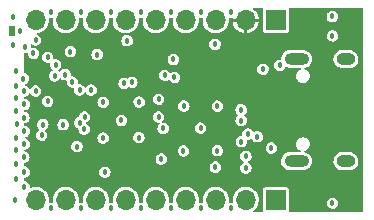
<source format=gbr>
%TF.GenerationSoftware,KiCad,Pcbnew,(6.0.0)*%
%TF.CreationDate,2022-01-12T23:40:10-08:00*%
%TF.ProjectId,lofive-unchained,6c6f6669-7665-42d7-956e-636861696e65,rev?*%
%TF.SameCoordinates,Original*%
%TF.FileFunction,Copper,L3,Inr*%
%TF.FilePolarity,Positive*%
%FSLAX46Y46*%
G04 Gerber Fmt 4.6, Leading zero omitted, Abs format (unit mm)*
G04 Created by KiCad (PCBNEW (6.0.0)) date 2022-01-12 23:40:10*
%MOMM*%
%LPD*%
G01*
G04 APERTURE LIST*
%TA.AperFunction,ComponentPad*%
%ADD10O,2.100000X1.000000*%
%TD*%
%TA.AperFunction,ComponentPad*%
%ADD11O,1.600000X1.000000*%
%TD*%
%TA.AperFunction,ComponentPad*%
%ADD12R,1.700000X1.700000*%
%TD*%
%TA.AperFunction,ComponentPad*%
%ADD13O,1.700000X1.700000*%
%TD*%
%TA.AperFunction,ComponentPad*%
%ADD14R,0.500000X0.900000*%
%TD*%
%TA.AperFunction,ViaPad*%
%ADD15C,0.457200*%
%TD*%
G04 APERTURE END LIST*
D10*
%TO.N,Net-(J3-PadS1)*%
%TO.C,J3*%
X141453200Y-70612600D03*
X141453200Y-79252600D03*
D11*
X145633200Y-70612600D03*
X145633200Y-79252600D03*
%TD*%
D12*
%TO.N,VBUS*%
%TO.C,J1*%
X139690000Y-67310000D03*
D13*
%TO.N,+3V3*%
X137150000Y-67310000D03*
%TO.N,/EN*%
X134610000Y-67310000D03*
%TO.N,/GPIO20*%
X132070000Y-67310000D03*
%TO.N,/GPIO21*%
X129530000Y-67310000D03*
%TO.N,/GPIO2*%
X126990000Y-67310000D03*
%TO.N,/GPIO1*%
X124450000Y-67310000D03*
%TO.N,/GPIO0*%
X121910000Y-67310000D03*
%TO.N,GND*%
X119370000Y-67310000D03*
%TD*%
D12*
%TO.N,/GPIO10*%
%TO.C,J2*%
X139690000Y-82550000D03*
D13*
%TO.N,/GPIO9*%
X137150000Y-82550000D03*
%TO.N,/GPIO8*%
X134610000Y-82550000D03*
%TO.N,/GPIO7*%
X132070000Y-82550000D03*
%TO.N,/GPIO6*%
X129530000Y-82550000D03*
%TO.N,/GPIO5*%
X126990000Y-82550000D03*
%TO.N,/GPIO4*%
X124450000Y-82550000D03*
%TO.N,/GPIO3*%
X121910000Y-82550000D03*
%TO.N,GND*%
X119370000Y-82550000D03*
%TD*%
D14*
%TO.N,GND*%
%TO.C,AE1*%
X117348000Y-68258000D03*
%TD*%
D15*
%TO.N,GND*%
X123088400Y-73228200D03*
X124053600Y-73228200D03*
X129997200Y-79070200D03*
X117678200Y-73939400D03*
X125069600Y-77292200D03*
X123190000Y-83261200D03*
X144488000Y-68643400D03*
X136753600Y-74904600D03*
X120650000Y-83261200D03*
X117703600Y-74980800D03*
X119354600Y-73329800D03*
X144488000Y-82816600D03*
X117627400Y-82575400D03*
X118389400Y-76733400D03*
X118389400Y-80162400D03*
X117729000Y-77266800D03*
X117703600Y-79476600D03*
X118491000Y-69621400D03*
X117449600Y-69392800D03*
X121056400Y-71094600D03*
X117703600Y-72872600D03*
X135890000Y-83261200D03*
X131876800Y-78384400D03*
X134569200Y-79756000D03*
X117424200Y-67056000D03*
X120980200Y-72034400D03*
X127101600Y-69062600D03*
X118364000Y-73329800D03*
X123164600Y-66624200D03*
X118008400Y-68260000D03*
X121691400Y-76172200D03*
X134747000Y-74599800D03*
X130276600Y-71983600D03*
X122478800Y-72567800D03*
X131902200Y-74599800D03*
X117754400Y-76149200D03*
X118313200Y-72263000D03*
X130810000Y-83261200D03*
X117703600Y-71628000D03*
X128092200Y-77266800D03*
X134543800Y-69367400D03*
X125755400Y-83261200D03*
X125069600Y-74269600D03*
X139319000Y-78130400D03*
X126619000Y-75802882D03*
X133350000Y-83261200D03*
X135864600Y-66624200D03*
X134747000Y-78359000D03*
X128270000Y-83261200D03*
X117703600Y-78308200D03*
X128244600Y-66624200D03*
X119176800Y-70129400D03*
X124561600Y-70231000D03*
X125730000Y-66624200D03*
X118364000Y-75565000D03*
X118364000Y-78917800D03*
X131114800Y-72161400D03*
X138125200Y-77190600D03*
X119862600Y-77063600D03*
X138607800Y-71475600D03*
X118389400Y-74447400D03*
X121843800Y-71932800D03*
X137160000Y-78841600D03*
X133324600Y-76454000D03*
X133324600Y-66624200D03*
X128117600Y-74244892D03*
X120624600Y-66624200D03*
X119354600Y-68986400D03*
X118414800Y-81432400D03*
X120370600Y-70459600D03*
X120370600Y-74193400D03*
X130784600Y-66624200D03*
X131013200Y-70637400D03*
X118389400Y-77800200D03*
X117678200Y-80772000D03*
X125223965Y-80178356D03*
X122301000Y-69977000D03*
X119964200Y-76172200D03*
X140030200Y-71145400D03*
%TO.N,+3V3*%
X129043600Y-79058600D03*
X121894600Y-78054200D03*
X131013200Y-69646800D03*
X123469400Y-72415400D03*
X137718800Y-72440800D03*
X136880500Y-71348700D03*
X125216299Y-79521698D03*
X119354600Y-74572000D03*
%TO.N,/EN*%
X144475200Y-67005200D03*
X122859800Y-78028800D03*
%TO.N,/GPIO0*%
X123507678Y-75511927D03*
%TO.N,/GPIO1*%
X123074500Y-76005500D03*
%TO.N,/GPIO2*%
X123469400Y-76530200D03*
%TO.N,/GPIO9*%
X137160000Y-79832200D03*
%TO.N,/GPIO20*%
X127498035Y-72577811D03*
%TO.N,/GPIO21*%
X126849240Y-72679411D03*
%TO.N,Net-(U1-Pad20)*%
X136753600Y-75819000D03*
X130150022Y-76481315D03*
%TO.N,Net-(U1-Pad21)*%
X137337800Y-76962000D03*
X129768600Y-75511906D03*
%TO.N,Net-(U1-Pad24)*%
X136779000Y-77597000D03*
X129768600Y-74015600D03*
%TD*%
%TA.AperFunction,Conductor*%
%TO.N,+3V3*%
G36*
X138581571Y-66312306D02*
G01*
X138599877Y-66356500D01*
X138598676Y-66368692D01*
X138595956Y-66382368D01*
X138589483Y-66414911D01*
X138585500Y-66434933D01*
X138585501Y-68185066D01*
X138586100Y-68188075D01*
X138586100Y-68188080D01*
X138592909Y-68222313D01*
X138600266Y-68259301D01*
X138656516Y-68343484D01*
X138661633Y-68346903D01*
X138735580Y-68396314D01*
X138735582Y-68396315D01*
X138740699Y-68399734D01*
X138768646Y-68405293D01*
X138811920Y-68413901D01*
X138811923Y-68413901D01*
X138814933Y-68414500D01*
X139690000Y-68414500D01*
X140565066Y-68414499D01*
X140568075Y-68413900D01*
X140568080Y-68413900D01*
X140633263Y-68400935D01*
X140639301Y-68399734D01*
X140723484Y-68343484D01*
X140761931Y-68285945D01*
X140776314Y-68264420D01*
X140776315Y-68264418D01*
X140779734Y-68259301D01*
X140790980Y-68202764D01*
X140793901Y-68188080D01*
X140793901Y-68188077D01*
X140794500Y-68185067D01*
X140794499Y-66999237D01*
X143987168Y-66999237D01*
X143987745Y-67003650D01*
X143987745Y-67003651D01*
X143989507Y-67017125D01*
X144005111Y-67136451D01*
X144006904Y-67140526D01*
X144020532Y-67171497D01*
X144060844Y-67263114D01*
X144149887Y-67369043D01*
X144153592Y-67371509D01*
X144153594Y-67371511D01*
X144245643Y-67432784D01*
X144265081Y-67445723D01*
X144397167Y-67486990D01*
X144401617Y-67487072D01*
X144401620Y-67487072D01*
X144531079Y-67489444D01*
X144531082Y-67489444D01*
X144535526Y-67489525D01*
X144594951Y-67473324D01*
X144664734Y-67454300D01*
X144664737Y-67454299D01*
X144669035Y-67453127D01*
X144672831Y-67450796D01*
X144672834Y-67450795D01*
X144783164Y-67383051D01*
X144786962Y-67380719D01*
X144879827Y-67278124D01*
X144940164Y-67153589D01*
X144941539Y-67145420D01*
X144962722Y-67019501D01*
X144963122Y-67017125D01*
X144963268Y-67005200D01*
X144943650Y-66868216D01*
X144886374Y-66742243D01*
X144796044Y-66637410D01*
X144679921Y-66562143D01*
X144547341Y-66522493D01*
X144478152Y-66522071D01*
X144413415Y-66521675D01*
X144413414Y-66521675D01*
X144408962Y-66521648D01*
X144275907Y-66559675D01*
X144158873Y-66633518D01*
X144155930Y-66636850D01*
X144155928Y-66636852D01*
X144114508Y-66683752D01*
X144067269Y-66737240D01*
X144065377Y-66741270D01*
X144010350Y-66858472D01*
X144010349Y-66858475D01*
X144008458Y-66862503D01*
X143987168Y-66999237D01*
X140794499Y-66999237D01*
X140794499Y-66434934D01*
X140793516Y-66429987D01*
X140781324Y-66368692D01*
X140790657Y-66321776D01*
X140830431Y-66295201D01*
X140842623Y-66294000D01*
X147003500Y-66294000D01*
X147047694Y-66312306D01*
X147066000Y-66356500D01*
X147066000Y-83503500D01*
X147047694Y-83547694D01*
X147003500Y-83566000D01*
X140842623Y-83566000D01*
X140798429Y-83547694D01*
X140780123Y-83503500D01*
X140781324Y-83491307D01*
X140793901Y-83428080D01*
X140793901Y-83428077D01*
X140794500Y-83425067D01*
X140794500Y-82810637D01*
X143999968Y-82810637D01*
X144000545Y-82815050D01*
X144000545Y-82815051D01*
X144002307Y-82828525D01*
X144017911Y-82947851D01*
X144019704Y-82951926D01*
X144040176Y-82998451D01*
X144073644Y-83074514D01*
X144162687Y-83180443D01*
X144166392Y-83182909D01*
X144166394Y-83182911D01*
X144247855Y-83237136D01*
X144277881Y-83257123D01*
X144409967Y-83298390D01*
X144414417Y-83298472D01*
X144414420Y-83298472D01*
X144543879Y-83300844D01*
X144543882Y-83300844D01*
X144548326Y-83300925D01*
X144607751Y-83284724D01*
X144677534Y-83265700D01*
X144677537Y-83265699D01*
X144681835Y-83264527D01*
X144685631Y-83262196D01*
X144685634Y-83262195D01*
X144795964Y-83194451D01*
X144799762Y-83192119D01*
X144892627Y-83089524D01*
X144952964Y-82964989D01*
X144955848Y-82947851D01*
X144975522Y-82830901D01*
X144975922Y-82828525D01*
X144976068Y-82816600D01*
X144956450Y-82679616D01*
X144899174Y-82553643D01*
X144808844Y-82448810D01*
X144692721Y-82373543D01*
X144560141Y-82333893D01*
X144490952Y-82333471D01*
X144426215Y-82333075D01*
X144426214Y-82333075D01*
X144421762Y-82333048D01*
X144288707Y-82371075D01*
X144171673Y-82444918D01*
X144168730Y-82448250D01*
X144168728Y-82448252D01*
X144101982Y-82523828D01*
X144080069Y-82548640D01*
X144078177Y-82552670D01*
X144023150Y-82669872D01*
X144023149Y-82669875D01*
X144021258Y-82673903D01*
X143999968Y-82810637D01*
X140794500Y-82810637D01*
X140794499Y-81674934D01*
X140793516Y-81669987D01*
X140780935Y-81606737D01*
X140779734Y-81600699D01*
X140723484Y-81516516D01*
X140666686Y-81478564D01*
X140644420Y-81463686D01*
X140644418Y-81463685D01*
X140639301Y-81460266D01*
X140606247Y-81453691D01*
X140568080Y-81446099D01*
X140568077Y-81446099D01*
X140565067Y-81445500D01*
X140561996Y-81445500D01*
X139690001Y-81445501D01*
X138814934Y-81445501D01*
X138811925Y-81446100D01*
X138811920Y-81446100D01*
X138746737Y-81459065D01*
X138740699Y-81460266D01*
X138656516Y-81516516D01*
X138653097Y-81521633D01*
X138625326Y-81563195D01*
X138600266Y-81600699D01*
X138599065Y-81606737D01*
X138599065Y-81606738D01*
X138589564Y-81654504D01*
X138585500Y-81674933D01*
X138585501Y-83425066D01*
X138586100Y-83428075D01*
X138586100Y-83428080D01*
X138598676Y-83491308D01*
X138589343Y-83538224D01*
X138549569Y-83564799D01*
X138537377Y-83566000D01*
X137828700Y-83566000D01*
X137784506Y-83547694D01*
X137766200Y-83503500D01*
X137784506Y-83459306D01*
X137788719Y-83455462D01*
X137934345Y-83334345D01*
X138064147Y-83178276D01*
X138163334Y-83001165D01*
X138228584Y-82808945D01*
X138257712Y-82608053D01*
X138259232Y-82550000D01*
X138258801Y-82545303D01*
X138243018Y-82373543D01*
X138240658Y-82347859D01*
X138236712Y-82333866D01*
X138186335Y-82155244D01*
X138186333Y-82155240D01*
X138185557Y-82152487D01*
X138095776Y-81970428D01*
X138077437Y-81945869D01*
X137976037Y-81810078D01*
X137976036Y-81810076D01*
X137974320Y-81807779D01*
X137825258Y-81669987D01*
X137653581Y-81561667D01*
X137465039Y-81486446D01*
X137462233Y-81485888D01*
X137462230Y-81485887D01*
X137268752Y-81447402D01*
X137268750Y-81447402D01*
X137265946Y-81446844D01*
X137170353Y-81445593D01*
X137065833Y-81444224D01*
X137065828Y-81444224D01*
X137062971Y-81444187D01*
X137060151Y-81444672D01*
X137060146Y-81444672D01*
X136969397Y-81460266D01*
X136862910Y-81478564D01*
X136860222Y-81479556D01*
X136860217Y-81479557D01*
X136675151Y-81547832D01*
X136675148Y-81547833D01*
X136672463Y-81548824D01*
X136670003Y-81550287D01*
X136670002Y-81550288D01*
X136652657Y-81560607D01*
X136498010Y-81652612D01*
X136345392Y-81786455D01*
X136219720Y-81945869D01*
X136125203Y-82125515D01*
X136065007Y-82319378D01*
X136041148Y-82520964D01*
X136051836Y-82684025D01*
X136054063Y-82718009D01*
X136038687Y-82763306D01*
X135995785Y-82784463D01*
X135973792Y-82781977D01*
X135966409Y-82779769D01*
X135966406Y-82779769D01*
X135962141Y-82778493D01*
X135893999Y-82778077D01*
X135828215Y-82777675D01*
X135828214Y-82777675D01*
X135823762Y-82777648D01*
X135780365Y-82790051D01*
X135732842Y-82784594D01*
X135703096Y-82747132D01*
X135701337Y-82720989D01*
X135717449Y-82609869D01*
X135717449Y-82609864D01*
X135717712Y-82608053D01*
X135719232Y-82550000D01*
X135718801Y-82545303D01*
X135703018Y-82373543D01*
X135700658Y-82347859D01*
X135696712Y-82333866D01*
X135646335Y-82155244D01*
X135646333Y-82155240D01*
X135645557Y-82152487D01*
X135555776Y-81970428D01*
X135537437Y-81945869D01*
X135436037Y-81810078D01*
X135436036Y-81810076D01*
X135434320Y-81807779D01*
X135285258Y-81669987D01*
X135113581Y-81561667D01*
X134925039Y-81486446D01*
X134922233Y-81485888D01*
X134922230Y-81485887D01*
X134728752Y-81447402D01*
X134728750Y-81447402D01*
X134725946Y-81446844D01*
X134630353Y-81445593D01*
X134525833Y-81444224D01*
X134525828Y-81444224D01*
X134522971Y-81444187D01*
X134520151Y-81444672D01*
X134520146Y-81444672D01*
X134429397Y-81460266D01*
X134322910Y-81478564D01*
X134320222Y-81479556D01*
X134320217Y-81479557D01*
X134135151Y-81547832D01*
X134135148Y-81547833D01*
X134132463Y-81548824D01*
X134130003Y-81550287D01*
X134130002Y-81550288D01*
X134112657Y-81560607D01*
X133958010Y-81652612D01*
X133805392Y-81786455D01*
X133679720Y-81945869D01*
X133585203Y-82125515D01*
X133525007Y-82319378D01*
X133501148Y-82520964D01*
X133511836Y-82684025D01*
X133514063Y-82718009D01*
X133498687Y-82763306D01*
X133455785Y-82784463D01*
X133433792Y-82781977D01*
X133426409Y-82779769D01*
X133426406Y-82779769D01*
X133422141Y-82778493D01*
X133353999Y-82778077D01*
X133288215Y-82777675D01*
X133288214Y-82777675D01*
X133283762Y-82777648D01*
X133240365Y-82790051D01*
X133192842Y-82784594D01*
X133163096Y-82747132D01*
X133161337Y-82720989D01*
X133177449Y-82609869D01*
X133177449Y-82609864D01*
X133177712Y-82608053D01*
X133179232Y-82550000D01*
X133178801Y-82545303D01*
X133163018Y-82373543D01*
X133160658Y-82347859D01*
X133156712Y-82333866D01*
X133106335Y-82155244D01*
X133106333Y-82155240D01*
X133105557Y-82152487D01*
X133015776Y-81970428D01*
X132997437Y-81945869D01*
X132896037Y-81810078D01*
X132896036Y-81810076D01*
X132894320Y-81807779D01*
X132745258Y-81669987D01*
X132573581Y-81561667D01*
X132385039Y-81486446D01*
X132382233Y-81485888D01*
X132382230Y-81485887D01*
X132188752Y-81447402D01*
X132188750Y-81447402D01*
X132185946Y-81446844D01*
X132090353Y-81445593D01*
X131985833Y-81444224D01*
X131985828Y-81444224D01*
X131982971Y-81444187D01*
X131980151Y-81444672D01*
X131980146Y-81444672D01*
X131889397Y-81460266D01*
X131782910Y-81478564D01*
X131780222Y-81479556D01*
X131780217Y-81479557D01*
X131595151Y-81547832D01*
X131595148Y-81547833D01*
X131592463Y-81548824D01*
X131590003Y-81550287D01*
X131590002Y-81550288D01*
X131572657Y-81560607D01*
X131418010Y-81652612D01*
X131265392Y-81786455D01*
X131139720Y-81945869D01*
X131045203Y-82125515D01*
X130985007Y-82319378D01*
X130961148Y-82520964D01*
X130971836Y-82684025D01*
X130974063Y-82718009D01*
X130958687Y-82763306D01*
X130915785Y-82784463D01*
X130893792Y-82781977D01*
X130886409Y-82779769D01*
X130886406Y-82779769D01*
X130882141Y-82778493D01*
X130813999Y-82778077D01*
X130748215Y-82777675D01*
X130748214Y-82777675D01*
X130743762Y-82777648D01*
X130700365Y-82790051D01*
X130652842Y-82784594D01*
X130623096Y-82747132D01*
X130621337Y-82720989D01*
X130637449Y-82609869D01*
X130637449Y-82609864D01*
X130637712Y-82608053D01*
X130639232Y-82550000D01*
X130638801Y-82545303D01*
X130623018Y-82373543D01*
X130620658Y-82347859D01*
X130616712Y-82333866D01*
X130566335Y-82155244D01*
X130566333Y-82155240D01*
X130565557Y-82152487D01*
X130475776Y-81970428D01*
X130457437Y-81945869D01*
X130356037Y-81810078D01*
X130356036Y-81810076D01*
X130354320Y-81807779D01*
X130205258Y-81669987D01*
X130033581Y-81561667D01*
X129845039Y-81486446D01*
X129842233Y-81485888D01*
X129842230Y-81485887D01*
X129648752Y-81447402D01*
X129648750Y-81447402D01*
X129645946Y-81446844D01*
X129550353Y-81445593D01*
X129445833Y-81444224D01*
X129445828Y-81444224D01*
X129442971Y-81444187D01*
X129440151Y-81444672D01*
X129440146Y-81444672D01*
X129349397Y-81460266D01*
X129242910Y-81478564D01*
X129240222Y-81479556D01*
X129240217Y-81479557D01*
X129055151Y-81547832D01*
X129055148Y-81547833D01*
X129052463Y-81548824D01*
X129050003Y-81550287D01*
X129050002Y-81550288D01*
X129032657Y-81560607D01*
X128878010Y-81652612D01*
X128725392Y-81786455D01*
X128599720Y-81945869D01*
X128505203Y-82125515D01*
X128445007Y-82319378D01*
X128421148Y-82520964D01*
X128431836Y-82684025D01*
X128434063Y-82718009D01*
X128418687Y-82763306D01*
X128375785Y-82784463D01*
X128353792Y-82781977D01*
X128346409Y-82779769D01*
X128346406Y-82779769D01*
X128342141Y-82778493D01*
X128273999Y-82778077D01*
X128208215Y-82777675D01*
X128208214Y-82777675D01*
X128203762Y-82777648D01*
X128160365Y-82790051D01*
X128112842Y-82784594D01*
X128083096Y-82747132D01*
X128081337Y-82720989D01*
X128097449Y-82609869D01*
X128097449Y-82609864D01*
X128097712Y-82608053D01*
X128099232Y-82550000D01*
X128098801Y-82545303D01*
X128083018Y-82373543D01*
X128080658Y-82347859D01*
X128076712Y-82333866D01*
X128026335Y-82155244D01*
X128026333Y-82155240D01*
X128025557Y-82152487D01*
X127935776Y-81970428D01*
X127917437Y-81945869D01*
X127816037Y-81810078D01*
X127816036Y-81810076D01*
X127814320Y-81807779D01*
X127665258Y-81669987D01*
X127493581Y-81561667D01*
X127305039Y-81486446D01*
X127302233Y-81485888D01*
X127302230Y-81485887D01*
X127108752Y-81447402D01*
X127108750Y-81447402D01*
X127105946Y-81446844D01*
X127010353Y-81445593D01*
X126905833Y-81444224D01*
X126905828Y-81444224D01*
X126902971Y-81444187D01*
X126900151Y-81444672D01*
X126900146Y-81444672D01*
X126809397Y-81460266D01*
X126702910Y-81478564D01*
X126700222Y-81479556D01*
X126700217Y-81479557D01*
X126515151Y-81547832D01*
X126515148Y-81547833D01*
X126512463Y-81548824D01*
X126510003Y-81550287D01*
X126510002Y-81550288D01*
X126492657Y-81560607D01*
X126338010Y-81652612D01*
X126185392Y-81786455D01*
X126059720Y-81945869D01*
X125965203Y-82125515D01*
X125905007Y-82319378D01*
X125881148Y-82520964D01*
X125886736Y-82606224D01*
X125893696Y-82712415D01*
X125878320Y-82757712D01*
X125835418Y-82778869D01*
X125827732Y-82778550D01*
X125827541Y-82778493D01*
X125826148Y-82778484D01*
X125826136Y-82778484D01*
X125693615Y-82777675D01*
X125693614Y-82777675D01*
X125689162Y-82777648D01*
X125619267Y-82797624D01*
X125571744Y-82792167D01*
X125541998Y-82754705D01*
X125540239Y-82728562D01*
X125557449Y-82609869D01*
X125557449Y-82609864D01*
X125557712Y-82608053D01*
X125559232Y-82550000D01*
X125558801Y-82545303D01*
X125543018Y-82373543D01*
X125540658Y-82347859D01*
X125536712Y-82333866D01*
X125486335Y-82155244D01*
X125486333Y-82155240D01*
X125485557Y-82152487D01*
X125395776Y-81970428D01*
X125377437Y-81945869D01*
X125276037Y-81810078D01*
X125276036Y-81810076D01*
X125274320Y-81807779D01*
X125125258Y-81669987D01*
X124953581Y-81561667D01*
X124765039Y-81486446D01*
X124762233Y-81485888D01*
X124762230Y-81485887D01*
X124568752Y-81447402D01*
X124568750Y-81447402D01*
X124565946Y-81446844D01*
X124470353Y-81445593D01*
X124365833Y-81444224D01*
X124365828Y-81444224D01*
X124362971Y-81444187D01*
X124360151Y-81444672D01*
X124360146Y-81444672D01*
X124269397Y-81460266D01*
X124162910Y-81478564D01*
X124160222Y-81479556D01*
X124160217Y-81479557D01*
X123975151Y-81547832D01*
X123975148Y-81547833D01*
X123972463Y-81548824D01*
X123970003Y-81550287D01*
X123970002Y-81550288D01*
X123952657Y-81560607D01*
X123798010Y-81652612D01*
X123645392Y-81786455D01*
X123519720Y-81945869D01*
X123425203Y-82125515D01*
X123365007Y-82319378D01*
X123341148Y-82520964D01*
X123351836Y-82684025D01*
X123354063Y-82718009D01*
X123338687Y-82763306D01*
X123295785Y-82784463D01*
X123273792Y-82781977D01*
X123266409Y-82779769D01*
X123266406Y-82779769D01*
X123262141Y-82778493D01*
X123193999Y-82778077D01*
X123128215Y-82777675D01*
X123128214Y-82777675D01*
X123123762Y-82777648D01*
X123080365Y-82790051D01*
X123032842Y-82784594D01*
X123003096Y-82747132D01*
X123001337Y-82720989D01*
X123017449Y-82609869D01*
X123017449Y-82609864D01*
X123017712Y-82608053D01*
X123019232Y-82550000D01*
X123018801Y-82545303D01*
X123003018Y-82373543D01*
X123000658Y-82347859D01*
X122996712Y-82333866D01*
X122946335Y-82155244D01*
X122946333Y-82155240D01*
X122945557Y-82152487D01*
X122855776Y-81970428D01*
X122837437Y-81945869D01*
X122736037Y-81810078D01*
X122736036Y-81810076D01*
X122734320Y-81807779D01*
X122585258Y-81669987D01*
X122413581Y-81561667D01*
X122225039Y-81486446D01*
X122222233Y-81485888D01*
X122222230Y-81485887D01*
X122028752Y-81447402D01*
X122028750Y-81447402D01*
X122025946Y-81446844D01*
X121930353Y-81445593D01*
X121825833Y-81444224D01*
X121825828Y-81444224D01*
X121822971Y-81444187D01*
X121820151Y-81444672D01*
X121820146Y-81444672D01*
X121729397Y-81460266D01*
X121622910Y-81478564D01*
X121620222Y-81479556D01*
X121620217Y-81479557D01*
X121435151Y-81547832D01*
X121435148Y-81547833D01*
X121432463Y-81548824D01*
X121430003Y-81550287D01*
X121430002Y-81550288D01*
X121412657Y-81560607D01*
X121258010Y-81652612D01*
X121105392Y-81786455D01*
X120979720Y-81945869D01*
X120885203Y-82125515D01*
X120825007Y-82319378D01*
X120801148Y-82520964D01*
X120811836Y-82684025D01*
X120814063Y-82718009D01*
X120798687Y-82763306D01*
X120755785Y-82784463D01*
X120733792Y-82781977D01*
X120726409Y-82779769D01*
X120726406Y-82779769D01*
X120722141Y-82778493D01*
X120653999Y-82778077D01*
X120588215Y-82777675D01*
X120588214Y-82777675D01*
X120583762Y-82777648D01*
X120540365Y-82790051D01*
X120492842Y-82784594D01*
X120463096Y-82747132D01*
X120461337Y-82720989D01*
X120477449Y-82609869D01*
X120477449Y-82609864D01*
X120477712Y-82608053D01*
X120479232Y-82550000D01*
X120478801Y-82545303D01*
X120463018Y-82373543D01*
X120460658Y-82347859D01*
X120456712Y-82333866D01*
X120406335Y-82155244D01*
X120406333Y-82155240D01*
X120405557Y-82152487D01*
X120315776Y-81970428D01*
X120297437Y-81945869D01*
X120196037Y-81810078D01*
X120196036Y-81810076D01*
X120194320Y-81807779D01*
X120045258Y-81669987D01*
X119873581Y-81561667D01*
X119685039Y-81486446D01*
X119682233Y-81485888D01*
X119682230Y-81485887D01*
X119488752Y-81447402D01*
X119488750Y-81447402D01*
X119485946Y-81446844D01*
X119390353Y-81445593D01*
X119285833Y-81444224D01*
X119285828Y-81444224D01*
X119282971Y-81444187D01*
X119280151Y-81444672D01*
X119280146Y-81444672D01*
X119189397Y-81460266D01*
X119082910Y-81478564D01*
X119080222Y-81479556D01*
X119080217Y-81479557D01*
X118985810Y-81514386D01*
X118938012Y-81512508D01*
X118905541Y-81477381D01*
X118902907Y-81449185D01*
X118902106Y-81449113D01*
X118902323Y-81446700D01*
X118902722Y-81444325D01*
X118902868Y-81432400D01*
X118883250Y-81295416D01*
X118825974Y-81169443D01*
X118735644Y-81064610D01*
X118619521Y-80989343D01*
X118486941Y-80949693D01*
X118468643Y-80949581D01*
X118426118Y-80949321D01*
X118382036Y-80930745D01*
X118364000Y-80886822D01*
X118364000Y-80708810D01*
X118382306Y-80664616D01*
X118427646Y-80646321D01*
X118445273Y-80646644D01*
X118445277Y-80646643D01*
X118449726Y-80646725D01*
X118509151Y-80630524D01*
X118578934Y-80611500D01*
X118578937Y-80611499D01*
X118583235Y-80610327D01*
X118587031Y-80607996D01*
X118587034Y-80607995D01*
X118697364Y-80540251D01*
X118701162Y-80537919D01*
X118794027Y-80435324D01*
X118854364Y-80310789D01*
X118857248Y-80293651D01*
X118871704Y-80207719D01*
X118877322Y-80174325D01*
X118877346Y-80172393D01*
X124735933Y-80172393D01*
X124736510Y-80176806D01*
X124736510Y-80176807D01*
X124739026Y-80196043D01*
X124753876Y-80309607D01*
X124755669Y-80313682D01*
X124807430Y-80431317D01*
X124809609Y-80436270D01*
X124812473Y-80439677D01*
X124885240Y-80526243D01*
X124898652Y-80542199D01*
X124902357Y-80544665D01*
X124902359Y-80544667D01*
X124989876Y-80602923D01*
X125013846Y-80618879D01*
X125145932Y-80660146D01*
X125150382Y-80660228D01*
X125150385Y-80660228D01*
X125279844Y-80662600D01*
X125279847Y-80662600D01*
X125284291Y-80662681D01*
X125352117Y-80644190D01*
X125413499Y-80627456D01*
X125413502Y-80627455D01*
X125417800Y-80626283D01*
X125421596Y-80623952D01*
X125421599Y-80623951D01*
X125531929Y-80556207D01*
X125535727Y-80553875D01*
X125628592Y-80451280D01*
X125688929Y-80326745D01*
X125690649Y-80316525D01*
X125709591Y-80203927D01*
X125711887Y-80190281D01*
X125712033Y-80178356D01*
X125692415Y-80041372D01*
X125635139Y-79915399D01*
X125544809Y-79810566D01*
X125451424Y-79750037D01*
X134081168Y-79750037D01*
X134081745Y-79754450D01*
X134081745Y-79754451D01*
X134083483Y-79767744D01*
X134099111Y-79887251D01*
X134100904Y-79891326D01*
X134151846Y-80007100D01*
X134154844Y-80013914D01*
X134243887Y-80119843D01*
X134247592Y-80122309D01*
X134247594Y-80122311D01*
X134316226Y-80167996D01*
X134359081Y-80196523D01*
X134491167Y-80237790D01*
X134495617Y-80237872D01*
X134495620Y-80237872D01*
X134625079Y-80240244D01*
X134625082Y-80240244D01*
X134629526Y-80240325D01*
X134688951Y-80224124D01*
X134758734Y-80205100D01*
X134758737Y-80205099D01*
X134763035Y-80203927D01*
X134766831Y-80201596D01*
X134766834Y-80201595D01*
X134877164Y-80133851D01*
X134880962Y-80131519D01*
X134973827Y-80028924D01*
X135034164Y-79904389D01*
X135034997Y-79899443D01*
X135047312Y-79826237D01*
X136671968Y-79826237D01*
X136672545Y-79830650D01*
X136672545Y-79830651D01*
X136674307Y-79844125D01*
X136689911Y-79963451D01*
X136691704Y-79967526D01*
X136719910Y-80031628D01*
X136745644Y-80090114D01*
X136748508Y-80093521D01*
X136829844Y-80190281D01*
X136834687Y-80196043D01*
X136838392Y-80198509D01*
X136838394Y-80198511D01*
X136897402Y-80237790D01*
X136949881Y-80272723D01*
X137081967Y-80313990D01*
X137086417Y-80314072D01*
X137086420Y-80314072D01*
X137215879Y-80316444D01*
X137215882Y-80316444D01*
X137220326Y-80316525D01*
X137304229Y-80293651D01*
X137349534Y-80281300D01*
X137349537Y-80281299D01*
X137353835Y-80280127D01*
X137357631Y-80277796D01*
X137357634Y-80277795D01*
X137467964Y-80210051D01*
X137471762Y-80207719D01*
X137564627Y-80105124D01*
X137624964Y-79980589D01*
X137627848Y-79963451D01*
X137647522Y-79846501D01*
X137647922Y-79844125D01*
X137648068Y-79832200D01*
X137628450Y-79695216D01*
X137571174Y-79569243D01*
X137480844Y-79464410D01*
X137364721Y-79389143D01*
X137365991Y-79387184D01*
X137338768Y-79357670D01*
X137340697Y-79309874D01*
X137355090Y-79293680D01*
X140144676Y-79293680D01*
X140174471Y-79467077D01*
X140243356Y-79628968D01*
X140347637Y-79770671D01*
X140481720Y-79884582D01*
X140638412Y-79964593D01*
X140809308Y-80006411D01*
X140816905Y-80006882D01*
X140819445Y-80007040D01*
X140819449Y-80007040D01*
X140820414Y-80007100D01*
X142047253Y-80007100D01*
X142049043Y-80006891D01*
X142049048Y-80006891D01*
X142099024Y-80001064D01*
X142177954Y-79991862D01*
X142343334Y-79931832D01*
X142490468Y-79835366D01*
X142552105Y-79770301D01*
X142608968Y-79710275D01*
X142608969Y-79710274D01*
X142611464Y-79707640D01*
X142699832Y-79555504D01*
X142746269Y-79402180D01*
X142749777Y-79390597D01*
X142749777Y-79390596D01*
X142750830Y-79387120D01*
X142756627Y-79293680D01*
X144574676Y-79293680D01*
X144604471Y-79467077D01*
X144673356Y-79628968D01*
X144777637Y-79770671D01*
X144911720Y-79884582D01*
X145068412Y-79964593D01*
X145239308Y-80006411D01*
X145246905Y-80006882D01*
X145249445Y-80007040D01*
X145249449Y-80007040D01*
X145250414Y-80007100D01*
X145977253Y-80007100D01*
X145979043Y-80006891D01*
X145979048Y-80006891D01*
X146029024Y-80001064D01*
X146107954Y-79991862D01*
X146273334Y-79931832D01*
X146420468Y-79835366D01*
X146482105Y-79770301D01*
X146538968Y-79710275D01*
X146538969Y-79710274D01*
X146541464Y-79707640D01*
X146629832Y-79555504D01*
X146676269Y-79402180D01*
X146679777Y-79390597D01*
X146679777Y-79390596D01*
X146680830Y-79387120D01*
X146691724Y-79211520D01*
X146661929Y-79038123D01*
X146593044Y-78876232D01*
X146488763Y-78734529D01*
X146354680Y-78620618D01*
X146197988Y-78540607D01*
X146027092Y-78498789D01*
X146019355Y-78498309D01*
X146016955Y-78498160D01*
X146016951Y-78498160D01*
X146015986Y-78498100D01*
X145289147Y-78498100D01*
X145287357Y-78498309D01*
X145287352Y-78498309D01*
X145237376Y-78504136D01*
X145158446Y-78513338D01*
X144993066Y-78573368D01*
X144990033Y-78575356D01*
X144990032Y-78575357D01*
X144971563Y-78587466D01*
X144845932Y-78669834D01*
X144843434Y-78672471D01*
X144758385Y-78762251D01*
X144724936Y-78797560D01*
X144677297Y-78879577D01*
X144646904Y-78931902D01*
X144636568Y-78949696D01*
X144585570Y-79118080D01*
X144574676Y-79293680D01*
X142756627Y-79293680D01*
X142761724Y-79211520D01*
X142731929Y-79038123D01*
X142663044Y-78876232D01*
X142558763Y-78734529D01*
X142424680Y-78620618D01*
X142267988Y-78540607D01*
X142134724Y-78507998D01*
X142096148Y-78479712D01*
X142088871Y-78432434D01*
X142117157Y-78393857D01*
X142132025Y-78387507D01*
X142134480Y-78387184D01*
X142275450Y-78328792D01*
X142396504Y-78235904D01*
X142403778Y-78226425D01*
X142440896Y-78178051D01*
X142489392Y-78114850D01*
X142497585Y-78095070D01*
X142546216Y-77977666D01*
X142546216Y-77977664D01*
X142547784Y-77973880D01*
X142549176Y-77963311D01*
X142567165Y-77826664D01*
X142567700Y-77822600D01*
X142561311Y-77774072D01*
X142548319Y-77675382D01*
X142548319Y-77675380D01*
X142547784Y-77671320D01*
X142543514Y-77661010D01*
X142490959Y-77534133D01*
X142489392Y-77530350D01*
X142396504Y-77409296D01*
X142275450Y-77316408D01*
X142251533Y-77306501D01*
X142138266Y-77259584D01*
X142138264Y-77259584D01*
X142134480Y-77258016D01*
X142130418Y-77257481D01*
X142130417Y-77257481D01*
X142023211Y-77243367D01*
X142023205Y-77243367D01*
X142021180Y-77243100D01*
X141945220Y-77243100D01*
X141943195Y-77243367D01*
X141943189Y-77243367D01*
X141835983Y-77257481D01*
X141835982Y-77257481D01*
X141831920Y-77258016D01*
X141828136Y-77259584D01*
X141828134Y-77259584D01*
X141714867Y-77306501D01*
X141690950Y-77316408D01*
X141569896Y-77409296D01*
X141477008Y-77530350D01*
X141475441Y-77534133D01*
X141422887Y-77661010D01*
X141418616Y-77671320D01*
X141418081Y-77675380D01*
X141418081Y-77675382D01*
X141405089Y-77774072D01*
X141398700Y-77822600D01*
X141399235Y-77826664D01*
X141417225Y-77963311D01*
X141418616Y-77973880D01*
X141420184Y-77977664D01*
X141420184Y-77977666D01*
X141468815Y-78095070D01*
X141477008Y-78114850D01*
X141525504Y-78178051D01*
X141562623Y-78226425D01*
X141569896Y-78235904D01*
X141690950Y-78328792D01*
X141694733Y-78330359D01*
X141809405Y-78377858D01*
X141843230Y-78411682D01*
X141843229Y-78459518D01*
X141809405Y-78493343D01*
X141785487Y-78498100D01*
X140859147Y-78498100D01*
X140857357Y-78498309D01*
X140857352Y-78498309D01*
X140807376Y-78504136D01*
X140728446Y-78513338D01*
X140563066Y-78573368D01*
X140560033Y-78575356D01*
X140560032Y-78575357D01*
X140541563Y-78587466D01*
X140415932Y-78669834D01*
X140413434Y-78672471D01*
X140328385Y-78762251D01*
X140294936Y-78797560D01*
X140247297Y-78879577D01*
X140216904Y-78931902D01*
X140206568Y-78949696D01*
X140155570Y-79118080D01*
X140144676Y-79293680D01*
X137355090Y-79293680D01*
X137364724Y-79282841D01*
X137471762Y-79217119D01*
X137564627Y-79114524D01*
X137624964Y-78989989D01*
X137627848Y-78972851D01*
X137645562Y-78867554D01*
X137647922Y-78853525D01*
X137648068Y-78841600D01*
X137628450Y-78704616D01*
X137571174Y-78578643D01*
X137495515Y-78490836D01*
X137483747Y-78477179D01*
X137480844Y-78473810D01*
X137364721Y-78398543D01*
X137232141Y-78358893D01*
X137162951Y-78358470D01*
X137098215Y-78358075D01*
X137098214Y-78358075D01*
X137093762Y-78358048D01*
X136960707Y-78396075D01*
X136843673Y-78469918D01*
X136840730Y-78473250D01*
X136840728Y-78473252D01*
X136772938Y-78550010D01*
X136752069Y-78573640D01*
X136749720Y-78578643D01*
X136695150Y-78694872D01*
X136695149Y-78694875D01*
X136693258Y-78698903D01*
X136671968Y-78835637D01*
X136672545Y-78840050D01*
X136672545Y-78840051D01*
X136675963Y-78866190D01*
X136689911Y-78972851D01*
X136691704Y-78976926D01*
X136737993Y-79082125D01*
X136745644Y-79099514D01*
X136834687Y-79205443D01*
X136838392Y-79207909D01*
X136838394Y-79207911D01*
X136860455Y-79222596D01*
X136949842Y-79282097D01*
X136949881Y-79282123D01*
X136949874Y-79282133D01*
X136980758Y-79316431D01*
X136978255Y-79364201D01*
X136955194Y-79390153D01*
X136936220Y-79402125D01*
X136843673Y-79460518D01*
X136840730Y-79463850D01*
X136840728Y-79463852D01*
X136760649Y-79554525D01*
X136752069Y-79564240D01*
X136750177Y-79568270D01*
X136695150Y-79685472D01*
X136695149Y-79685475D01*
X136693258Y-79689503D01*
X136671968Y-79826237D01*
X135047312Y-79826237D01*
X135048453Y-79819452D01*
X135057122Y-79767925D01*
X135057268Y-79756000D01*
X135037650Y-79619016D01*
X134980374Y-79493043D01*
X134890044Y-79388210D01*
X134773921Y-79312943D01*
X134641341Y-79273293D01*
X134572151Y-79272870D01*
X134507415Y-79272475D01*
X134507414Y-79272475D01*
X134502962Y-79272448D01*
X134369907Y-79310475D01*
X134252873Y-79384318D01*
X134249930Y-79387650D01*
X134249928Y-79387652D01*
X134182944Y-79463498D01*
X134161269Y-79488040D01*
X134159377Y-79492070D01*
X134104350Y-79609272D01*
X134104349Y-79609275D01*
X134102458Y-79613303D01*
X134081168Y-79750037D01*
X125451424Y-79750037D01*
X125428686Y-79735299D01*
X125296106Y-79695649D01*
X125226916Y-79695226D01*
X125162180Y-79694831D01*
X125162179Y-79694831D01*
X125157727Y-79694804D01*
X125024672Y-79732831D01*
X124907638Y-79806674D01*
X124904695Y-79810006D01*
X124904693Y-79810008D01*
X124825707Y-79899443D01*
X124816034Y-79910396D01*
X124814142Y-79914426D01*
X124759115Y-80031628D01*
X124759114Y-80031631D01*
X124757223Y-80035659D01*
X124735933Y-80172393D01*
X118877346Y-80172393D01*
X118877468Y-80162400D01*
X118857850Y-80025416D01*
X118800574Y-79899443D01*
X118720639Y-79806674D01*
X118713147Y-79797979D01*
X118710244Y-79794610D01*
X118594121Y-79719343D01*
X118461541Y-79679693D01*
X118426118Y-79679477D01*
X118382037Y-79660902D01*
X118364000Y-79616978D01*
X118364000Y-79464201D01*
X118382306Y-79420007D01*
X118418774Y-79402180D01*
X118419871Y-79402043D01*
X118424326Y-79402125D01*
X118428624Y-79400953D01*
X118428626Y-79400953D01*
X118553534Y-79366900D01*
X118553537Y-79366899D01*
X118557835Y-79365727D01*
X118561631Y-79363396D01*
X118561634Y-79363395D01*
X118671964Y-79295651D01*
X118675762Y-79293319D01*
X118768627Y-79190724D01*
X118828964Y-79066189D01*
X118829293Y-79064237D01*
X129509168Y-79064237D01*
X129509745Y-79068650D01*
X129509745Y-79068651D01*
X129511507Y-79082125D01*
X129527111Y-79201451D01*
X129528904Y-79205526D01*
X129577234Y-79315364D01*
X129582844Y-79328114D01*
X129671887Y-79434043D01*
X129675592Y-79436509D01*
X129675594Y-79436511D01*
X129726532Y-79470418D01*
X129787081Y-79510723D01*
X129919167Y-79551990D01*
X129923617Y-79552072D01*
X129923620Y-79552072D01*
X130053079Y-79554444D01*
X130053082Y-79554444D01*
X130057526Y-79554525D01*
X130116951Y-79538324D01*
X130186734Y-79519300D01*
X130186737Y-79519299D01*
X130191035Y-79518127D01*
X130194831Y-79515796D01*
X130194834Y-79515795D01*
X130305164Y-79448051D01*
X130308962Y-79445719D01*
X130401827Y-79343124D01*
X130462164Y-79218589D01*
X130462968Y-79213815D01*
X130481623Y-79102921D01*
X130485122Y-79082125D01*
X130485268Y-79070200D01*
X130465650Y-78933216D01*
X130408374Y-78807243D01*
X130318044Y-78702410D01*
X130201921Y-78627143D01*
X130069341Y-78587493D01*
X130000151Y-78587070D01*
X129935415Y-78586675D01*
X129935414Y-78586675D01*
X129930962Y-78586648D01*
X129797907Y-78624675D01*
X129680873Y-78698518D01*
X129677930Y-78701850D01*
X129677928Y-78701852D01*
X129611771Y-78776761D01*
X129589269Y-78802240D01*
X129586920Y-78807243D01*
X129532350Y-78923472D01*
X129532349Y-78923475D01*
X129530458Y-78927503D01*
X129509168Y-79064237D01*
X118829293Y-79064237D01*
X118830033Y-79059840D01*
X118850593Y-78937625D01*
X118851922Y-78929725D01*
X118852068Y-78917800D01*
X118832450Y-78780816D01*
X118775174Y-78654843D01*
X118684844Y-78550010D01*
X118669006Y-78539744D01*
X118606839Y-78499450D01*
X118568721Y-78474743D01*
X118563736Y-78473252D01*
X118517812Y-78459518D01*
X118436141Y-78435093D01*
X118426120Y-78435032D01*
X118382038Y-78416457D01*
X118364000Y-78372533D01*
X118364000Y-78346610D01*
X118382306Y-78302416D01*
X118427646Y-78284121D01*
X118445273Y-78284444D01*
X118445277Y-78284443D01*
X118449726Y-78284525D01*
X118509151Y-78268324D01*
X118578934Y-78249300D01*
X118578937Y-78249299D01*
X118583235Y-78248127D01*
X118587031Y-78245796D01*
X118587034Y-78245795D01*
X118697364Y-78178051D01*
X118701162Y-78175719D01*
X118794027Y-78073124D01*
X118818391Y-78022837D01*
X122371768Y-78022837D01*
X122372345Y-78027250D01*
X122372345Y-78027251D01*
X122373862Y-78038851D01*
X122389711Y-78160051D01*
X122391504Y-78164126D01*
X122425639Y-78241703D01*
X122445444Y-78286714D01*
X122480814Y-78328792D01*
X122527424Y-78384240D01*
X122534487Y-78392643D01*
X122538192Y-78395109D01*
X122538194Y-78395111D01*
X122598218Y-78435066D01*
X122649681Y-78469323D01*
X122781767Y-78510590D01*
X122786217Y-78510672D01*
X122786220Y-78510672D01*
X122915679Y-78513044D01*
X122915682Y-78513044D01*
X122920126Y-78513125D01*
X122980333Y-78496711D01*
X123049334Y-78477900D01*
X123049337Y-78477899D01*
X123053635Y-78476727D01*
X123057431Y-78474396D01*
X123057434Y-78474395D01*
X123167764Y-78406651D01*
X123171562Y-78404319D01*
X123194989Y-78378437D01*
X131388768Y-78378437D01*
X131389345Y-78382850D01*
X131389345Y-78382851D01*
X131390948Y-78395111D01*
X131406711Y-78515651D01*
X131408504Y-78519726D01*
X131456834Y-78629564D01*
X131462444Y-78642314D01*
X131465308Y-78645721D01*
X131542420Y-78737456D01*
X131551487Y-78748243D01*
X131555192Y-78750709D01*
X131555194Y-78750711D01*
X131630518Y-78800851D01*
X131666681Y-78824923D01*
X131798767Y-78866190D01*
X131803217Y-78866272D01*
X131803220Y-78866272D01*
X131932679Y-78868644D01*
X131932682Y-78868644D01*
X131937126Y-78868725D01*
X132027767Y-78844014D01*
X132066334Y-78833500D01*
X132066337Y-78833499D01*
X132070635Y-78832327D01*
X132074431Y-78829996D01*
X132074434Y-78829995D01*
X132184764Y-78762251D01*
X132188562Y-78759919D01*
X132281427Y-78657324D01*
X132341764Y-78532789D01*
X132344648Y-78515651D01*
X132363377Y-78404319D01*
X132364722Y-78396325D01*
X132364753Y-78393857D01*
X132364838Y-78386814D01*
X132364868Y-78384400D01*
X132360376Y-78353037D01*
X134258968Y-78353037D01*
X134259545Y-78357450D01*
X134259545Y-78357451D01*
X134261307Y-78370925D01*
X134276911Y-78490251D01*
X134278704Y-78494326D01*
X134329981Y-78610861D01*
X134332644Y-78616914D01*
X134353995Y-78642314D01*
X134406366Y-78704616D01*
X134421687Y-78722843D01*
X134425392Y-78725309D01*
X134425394Y-78725311D01*
X134502686Y-78776761D01*
X134536881Y-78799523D01*
X134668967Y-78840790D01*
X134673417Y-78840872D01*
X134673420Y-78840872D01*
X134802879Y-78843244D01*
X134802882Y-78843244D01*
X134807326Y-78843325D01*
X134874825Y-78824923D01*
X134936534Y-78808100D01*
X134936537Y-78808099D01*
X134940835Y-78806927D01*
X134944631Y-78804596D01*
X134944634Y-78804595D01*
X135054964Y-78736851D01*
X135058762Y-78734519D01*
X135151627Y-78631924D01*
X135211964Y-78507389D01*
X135212768Y-78502615D01*
X135230853Y-78395111D01*
X135234922Y-78370925D01*
X135235068Y-78359000D01*
X135215450Y-78222016D01*
X135171084Y-78124437D01*
X138830968Y-78124437D01*
X138831545Y-78128850D01*
X138831545Y-78128851D01*
X138833307Y-78142325D01*
X138848911Y-78261651D01*
X138850704Y-78265726D01*
X138896993Y-78370925D01*
X138904644Y-78388314D01*
X138915320Y-78401015D01*
X138979331Y-78477164D01*
X138993687Y-78494243D01*
X138997392Y-78496709D01*
X138997394Y-78496711D01*
X139051593Y-78532789D01*
X139108881Y-78570923D01*
X139240967Y-78612190D01*
X139245417Y-78612272D01*
X139245420Y-78612272D01*
X139374879Y-78614644D01*
X139374882Y-78614644D01*
X139379326Y-78614725D01*
X139438751Y-78598524D01*
X139508534Y-78579500D01*
X139508537Y-78579499D01*
X139512835Y-78578327D01*
X139516631Y-78575996D01*
X139516634Y-78575995D01*
X139626964Y-78508251D01*
X139630762Y-78505919D01*
X139723627Y-78403324D01*
X139783964Y-78278789D01*
X139786848Y-78261651D01*
X139798253Y-78193852D01*
X139806922Y-78142325D01*
X139807068Y-78130400D01*
X139787450Y-77993416D01*
X139730174Y-77867443D01*
X139639844Y-77762610D01*
X139523721Y-77687343D01*
X139391141Y-77647693D01*
X139321951Y-77647270D01*
X139257215Y-77646875D01*
X139257214Y-77646875D01*
X139252762Y-77646848D01*
X139119707Y-77684875D01*
X139002673Y-77758718D01*
X138999730Y-77762050D01*
X138999728Y-77762052D01*
X138946254Y-77822600D01*
X138911069Y-77862440D01*
X138909177Y-77866470D01*
X138854150Y-77983672D01*
X138854149Y-77983675D01*
X138852258Y-77987703D01*
X138830968Y-78124437D01*
X135171084Y-78124437D01*
X135158174Y-78096043D01*
X135067844Y-77991210D01*
X134951721Y-77915943D01*
X134819141Y-77876293D01*
X134749951Y-77875870D01*
X134685215Y-77875475D01*
X134685214Y-77875475D01*
X134680762Y-77875448D01*
X134547707Y-77913475D01*
X134430673Y-77987318D01*
X134427730Y-77990650D01*
X134427728Y-77990652D01*
X134347649Y-78081325D01*
X134339069Y-78091040D01*
X134337177Y-78095070D01*
X134282150Y-78212272D01*
X134282149Y-78212275D01*
X134280258Y-78216303D01*
X134258968Y-78353037D01*
X132360376Y-78353037D01*
X132345250Y-78247416D01*
X132287974Y-78121443D01*
X132197644Y-78016610D01*
X132081521Y-77941343D01*
X131948941Y-77901693D01*
X131879751Y-77901270D01*
X131815015Y-77900875D01*
X131815014Y-77900875D01*
X131810562Y-77900848D01*
X131677507Y-77938875D01*
X131560473Y-78012718D01*
X131557530Y-78016050D01*
X131557528Y-78016052D01*
X131491301Y-78091040D01*
X131468869Y-78116440D01*
X131466977Y-78120470D01*
X131411950Y-78237672D01*
X131411949Y-78237675D01*
X131410058Y-78241703D01*
X131388768Y-78378437D01*
X123194989Y-78378437D01*
X123264427Y-78301724D01*
X123324764Y-78177189D01*
X123325568Y-78172415D01*
X123342945Y-78069117D01*
X123347722Y-78040725D01*
X123347762Y-78037523D01*
X123347838Y-78031214D01*
X123347868Y-78028800D01*
X123328250Y-77891816D01*
X123270974Y-77765843D01*
X123186344Y-77667625D01*
X123183547Y-77664379D01*
X123180644Y-77661010D01*
X123167725Y-77652636D01*
X123103952Y-77611301D01*
X123064521Y-77585743D01*
X122931941Y-77546093D01*
X122862751Y-77545670D01*
X122798015Y-77545275D01*
X122798014Y-77545275D01*
X122793562Y-77545248D01*
X122660507Y-77583275D01*
X122543473Y-77657118D01*
X122540530Y-77660450D01*
X122540528Y-77660452D01*
X122460449Y-77751125D01*
X122451869Y-77760840D01*
X122449977Y-77764870D01*
X122394950Y-77882072D01*
X122394949Y-77882075D01*
X122393058Y-77886103D01*
X122371768Y-78022837D01*
X118818391Y-78022837D01*
X118854364Y-77948589D01*
X118855999Y-77938875D01*
X118876922Y-77814501D01*
X118877322Y-77812125D01*
X118877468Y-77800200D01*
X118857850Y-77663216D01*
X118800574Y-77537243D01*
X118718034Y-77441451D01*
X118713147Y-77435779D01*
X118710244Y-77432410D01*
X118697325Y-77424036D01*
X118597856Y-77359564D01*
X118597857Y-77359564D01*
X118594121Y-77357143D01*
X118490909Y-77326276D01*
X118453813Y-77296074D01*
X118448937Y-77248488D01*
X118479139Y-77211392D01*
X118492378Y-77206097D01*
X118578934Y-77182500D01*
X118578937Y-77182499D01*
X118583235Y-77181327D01*
X118587031Y-77178996D01*
X118587034Y-77178995D01*
X118697364Y-77111251D01*
X118701162Y-77108919D01*
X118747580Y-77057637D01*
X119374568Y-77057637D01*
X119375145Y-77062050D01*
X119375145Y-77062051D01*
X119376907Y-77075525D01*
X119392511Y-77194851D01*
X119394304Y-77198926D01*
X119445308Y-77314841D01*
X119448244Y-77321514D01*
X119451108Y-77324921D01*
X119524761Y-77412541D01*
X119537287Y-77427443D01*
X119540992Y-77429909D01*
X119540994Y-77429911D01*
X119586220Y-77460016D01*
X119652481Y-77504123D01*
X119784567Y-77545390D01*
X119789017Y-77545472D01*
X119789020Y-77545472D01*
X119918479Y-77547844D01*
X119918482Y-77547844D01*
X119922926Y-77547925D01*
X120008065Y-77524714D01*
X120052134Y-77512700D01*
X120052137Y-77512699D01*
X120056435Y-77511527D01*
X120060231Y-77509196D01*
X120060234Y-77509195D01*
X120170564Y-77441451D01*
X120174362Y-77439119D01*
X120267227Y-77336524D01*
X120291591Y-77286237D01*
X124581568Y-77286237D01*
X124582145Y-77290650D01*
X124582145Y-77290651D01*
X124583907Y-77304125D01*
X124599511Y-77423451D01*
X124601304Y-77427526D01*
X124653115Y-77545275D01*
X124655244Y-77550114D01*
X124664493Y-77561117D01*
X124725011Y-77633111D01*
X124744287Y-77656043D01*
X124747992Y-77658509D01*
X124747994Y-77658511D01*
X124791308Y-77687343D01*
X124859481Y-77732723D01*
X124991567Y-77773990D01*
X124996017Y-77774072D01*
X124996020Y-77774072D01*
X125125479Y-77776444D01*
X125125482Y-77776444D01*
X125129926Y-77776525D01*
X125195243Y-77758718D01*
X125259134Y-77741300D01*
X125259137Y-77741299D01*
X125263435Y-77740127D01*
X125267231Y-77737796D01*
X125267234Y-77737795D01*
X125377564Y-77670051D01*
X125381362Y-77667719D01*
X125474227Y-77565124D01*
X125534564Y-77440589D01*
X125535368Y-77435815D01*
X125549018Y-77354675D01*
X125557522Y-77304125D01*
X125557668Y-77292200D01*
X125553176Y-77260837D01*
X127604168Y-77260837D01*
X127604745Y-77265250D01*
X127604745Y-77265251D01*
X127606507Y-77278725D01*
X127622111Y-77398051D01*
X127623904Y-77402126D01*
X127674105Y-77516216D01*
X127677844Y-77524714D01*
X127695792Y-77546066D01*
X127731180Y-77588164D01*
X127766887Y-77630643D01*
X127770592Y-77633109D01*
X127770594Y-77633111D01*
X127827995Y-77671320D01*
X127882081Y-77707323D01*
X128014167Y-77748590D01*
X128018617Y-77748672D01*
X128018620Y-77748672D01*
X128148079Y-77751044D01*
X128148082Y-77751044D01*
X128152526Y-77751125D01*
X128220025Y-77732723D01*
X128281734Y-77715900D01*
X128281737Y-77715899D01*
X128286035Y-77714727D01*
X128289831Y-77712396D01*
X128289834Y-77712395D01*
X128400164Y-77644651D01*
X128403962Y-77642319D01*
X128450380Y-77591037D01*
X136290968Y-77591037D01*
X136291545Y-77595450D01*
X136291545Y-77595451D01*
X136293307Y-77608925D01*
X136308911Y-77728251D01*
X136310704Y-77732326D01*
X136352214Y-77826664D01*
X136364644Y-77854914D01*
X136367508Y-77858321D01*
X136439331Y-77943764D01*
X136453687Y-77960843D01*
X136457392Y-77963309D01*
X136457394Y-77963311D01*
X136509244Y-77997825D01*
X136568881Y-78037523D01*
X136700967Y-78078790D01*
X136705417Y-78078872D01*
X136705420Y-78078872D01*
X136834879Y-78081244D01*
X136834882Y-78081244D01*
X136839326Y-78081325D01*
X136924465Y-78058114D01*
X136968534Y-78046100D01*
X136968537Y-78046099D01*
X136972835Y-78044927D01*
X136976631Y-78042596D01*
X136976634Y-78042595D01*
X137086964Y-77974851D01*
X137090762Y-77972519D01*
X137183627Y-77869924D01*
X137243964Y-77745389D01*
X137244850Y-77740127D01*
X137261304Y-77642319D01*
X137266922Y-77608925D01*
X137267068Y-77597000D01*
X137259832Y-77546472D01*
X137255499Y-77516216D01*
X137267355Y-77469873D01*
X137308508Y-77445487D01*
X137318509Y-77444866D01*
X137349691Y-77445438D01*
X137393679Y-77446244D01*
X137393682Y-77446244D01*
X137398126Y-77446325D01*
X137463443Y-77428518D01*
X137527334Y-77411100D01*
X137527337Y-77411099D01*
X137531635Y-77409927D01*
X137535431Y-77407596D01*
X137535434Y-77407595D01*
X137574103Y-77383851D01*
X137598304Y-77368992D01*
X137645543Y-77361467D01*
X137684267Y-77389550D01*
X137688213Y-77397081D01*
X137705610Y-77436618D01*
X137710844Y-77448514D01*
X137723461Y-77463524D01*
X137792824Y-77546040D01*
X137799887Y-77554443D01*
X137803592Y-77556909D01*
X137803594Y-77556911D01*
X137878109Y-77606512D01*
X137915081Y-77631123D01*
X138047167Y-77672390D01*
X138051617Y-77672472D01*
X138051620Y-77672472D01*
X138181079Y-77674844D01*
X138181082Y-77674844D01*
X138185526Y-77674925D01*
X138245733Y-77658511D01*
X138314734Y-77639700D01*
X138314737Y-77639699D01*
X138319035Y-77638527D01*
X138322831Y-77636196D01*
X138322834Y-77636195D01*
X138433164Y-77568451D01*
X138436962Y-77566119D01*
X138529827Y-77463524D01*
X138590164Y-77338989D01*
X138591968Y-77328269D01*
X138606296Y-77243100D01*
X138613122Y-77202525D01*
X138613268Y-77190600D01*
X138593650Y-77053616D01*
X138536374Y-76927643D01*
X138446044Y-76822810D01*
X138433125Y-76814436D01*
X138397637Y-76791434D01*
X138329921Y-76747543D01*
X138197341Y-76707893D01*
X138128152Y-76707471D01*
X138063415Y-76707075D01*
X138063414Y-76707075D01*
X138058962Y-76707048D01*
X137925907Y-76745075D01*
X137865364Y-76783275D01*
X137865272Y-76783333D01*
X137818128Y-76791434D01*
X137779063Y-76763826D01*
X137775026Y-76756343D01*
X137774070Y-76754239D01*
X137748974Y-76699043D01*
X137746072Y-76695675D01*
X137746070Y-76695672D01*
X137661547Y-76597579D01*
X137658644Y-76594210D01*
X137542521Y-76518943D01*
X137409941Y-76479293D01*
X137340752Y-76478871D01*
X137276015Y-76478475D01*
X137276014Y-76478475D01*
X137271562Y-76478448D01*
X137138507Y-76516475D01*
X137021473Y-76590318D01*
X137018530Y-76593650D01*
X137018528Y-76593652D01*
X136947392Y-76674199D01*
X136929869Y-76694040D01*
X136927977Y-76698070D01*
X136872950Y-76815272D01*
X136872949Y-76815275D01*
X136871058Y-76819303D01*
X136849768Y-76956037D01*
X136850345Y-76960450D01*
X136850345Y-76960452D01*
X136861188Y-77043371D01*
X136848767Y-77089566D01*
X136807320Y-77113447D01*
X136798840Y-77113974D01*
X136743304Y-77113635D01*
X136717215Y-77113475D01*
X136717214Y-77113475D01*
X136712762Y-77113448D01*
X136579707Y-77151475D01*
X136462673Y-77225318D01*
X136459730Y-77228650D01*
X136459728Y-77228652D01*
X136395204Y-77301712D01*
X136371069Y-77329040D01*
X136369177Y-77333070D01*
X136314150Y-77450272D01*
X136314149Y-77450275D01*
X136312258Y-77454303D01*
X136290968Y-77591037D01*
X128450380Y-77591037D01*
X128496827Y-77539724D01*
X128557164Y-77415189D01*
X128558050Y-77409927D01*
X128577855Y-77292200D01*
X128580122Y-77278725D01*
X128580268Y-77266800D01*
X128560650Y-77129816D01*
X128503374Y-77003843D01*
X128413044Y-76899010D01*
X128400125Y-76890636D01*
X128336108Y-76849143D01*
X128296921Y-76823743D01*
X128280788Y-76818918D01*
X128219680Y-76800643D01*
X128164341Y-76784093D01*
X128095152Y-76783671D01*
X128030415Y-76783275D01*
X128030414Y-76783275D01*
X128025962Y-76783248D01*
X127892907Y-76821275D01*
X127775873Y-76895118D01*
X127772930Y-76898450D01*
X127772928Y-76898452D01*
X127702562Y-76978127D01*
X127684269Y-76998840D01*
X127682377Y-77002870D01*
X127627350Y-77120072D01*
X127627349Y-77120075D01*
X127625458Y-77124103D01*
X127604168Y-77260837D01*
X125553176Y-77260837D01*
X125538050Y-77155216D01*
X125480774Y-77029243D01*
X125390444Y-76924410D01*
X125274321Y-76849143D01*
X125141741Y-76809493D01*
X125072552Y-76809071D01*
X125007815Y-76808675D01*
X125007814Y-76808675D01*
X125003362Y-76808648D01*
X124870307Y-76846675D01*
X124753273Y-76920518D01*
X124750330Y-76923850D01*
X124750328Y-76923852D01*
X124670249Y-77014525D01*
X124661669Y-77024240D01*
X124659777Y-77028270D01*
X124604750Y-77145472D01*
X124604749Y-77145475D01*
X124602858Y-77149503D01*
X124581568Y-77286237D01*
X120291591Y-77286237D01*
X120327564Y-77211989D01*
X120328556Y-77206097D01*
X120344000Y-77114293D01*
X120350522Y-77075525D01*
X120350668Y-77063600D01*
X120331050Y-76926616D01*
X120273774Y-76800643D01*
X120183444Y-76695810D01*
X120183978Y-76695349D01*
X120164254Y-76655614D01*
X120179511Y-76610277D01*
X120193906Y-76598102D01*
X120272164Y-76550051D01*
X120275962Y-76547719D01*
X120368827Y-76445124D01*
X120429164Y-76320589D01*
X120429987Y-76315702D01*
X120446363Y-76218358D01*
X120452122Y-76184125D01*
X120452180Y-76179436D01*
X120452196Y-76178115D01*
X120452268Y-76172200D01*
X120451414Y-76166237D01*
X121203368Y-76166237D01*
X121203945Y-76170650D01*
X121203945Y-76170651D01*
X121206612Y-76191043D01*
X121221311Y-76303451D01*
X121223104Y-76307526D01*
X121262749Y-76397625D01*
X121277044Y-76430114D01*
X121279908Y-76433521D01*
X121351636Y-76518851D01*
X121366087Y-76536043D01*
X121369792Y-76538509D01*
X121369794Y-76538511D01*
X121450692Y-76592361D01*
X121481281Y-76612723D01*
X121613367Y-76653990D01*
X121617817Y-76654072D01*
X121617820Y-76654072D01*
X121747279Y-76656444D01*
X121747282Y-76656444D01*
X121751726Y-76656525D01*
X121823209Y-76637037D01*
X121880934Y-76621300D01*
X121880937Y-76621299D01*
X121885235Y-76620127D01*
X121889031Y-76617796D01*
X121889034Y-76617795D01*
X121999364Y-76550051D01*
X122003162Y-76547719D01*
X122096027Y-76445124D01*
X122156364Y-76320589D01*
X122157187Y-76315702D01*
X122173563Y-76218358D01*
X122179322Y-76184125D01*
X122179380Y-76179436D01*
X122179396Y-76178115D01*
X122179468Y-76172200D01*
X122159850Y-76035216D01*
X122143628Y-75999537D01*
X122586468Y-75999537D01*
X122587045Y-76003950D01*
X122587045Y-76003951D01*
X122590603Y-76031161D01*
X122604411Y-76136751D01*
X122606204Y-76140826D01*
X122657346Y-76257054D01*
X122660144Y-76263414D01*
X122663008Y-76266821D01*
X122724754Y-76340276D01*
X122749187Y-76369343D01*
X122752892Y-76371809D01*
X122752894Y-76371811D01*
X122791674Y-76397625D01*
X122864381Y-76446023D01*
X122903814Y-76458343D01*
X122938078Y-76469048D01*
X122974803Y-76499700D01*
X122980704Y-76524324D01*
X122981368Y-76524237D01*
X122999311Y-76661451D01*
X123001104Y-76665526D01*
X123052915Y-76783275D01*
X123055044Y-76788114D01*
X123057908Y-76791521D01*
X123108380Y-76851564D01*
X123144087Y-76894043D01*
X123147792Y-76896509D01*
X123147794Y-76896511D01*
X123206802Y-76935790D01*
X123259281Y-76970723D01*
X123391367Y-77011990D01*
X123395817Y-77012072D01*
X123395820Y-77012072D01*
X123525279Y-77014444D01*
X123525282Y-77014444D01*
X123529726Y-77014525D01*
X123589151Y-76998324D01*
X123658934Y-76979300D01*
X123658937Y-76979299D01*
X123663235Y-76978127D01*
X123667031Y-76975796D01*
X123667034Y-76975795D01*
X123777364Y-76908051D01*
X123781162Y-76905719D01*
X123874027Y-76803124D01*
X123934364Y-76678589D01*
X123937248Y-76661451D01*
X123950810Y-76580835D01*
X123957322Y-76542125D01*
X123957367Y-76538511D01*
X123957438Y-76532614D01*
X123957468Y-76530200D01*
X123937850Y-76393216D01*
X123880574Y-76267243D01*
X123790244Y-76162410D01*
X123674121Y-76087143D01*
X123669852Y-76085866D01*
X123665815Y-76084001D01*
X123666996Y-76081445D01*
X123636852Y-76056739D01*
X123632132Y-76009137D01*
X123662455Y-75972140D01*
X123675514Y-75966942D01*
X123697212Y-75961027D01*
X123697215Y-75961026D01*
X123701513Y-75959854D01*
X123705309Y-75957523D01*
X123705312Y-75957522D01*
X123815642Y-75889778D01*
X123819440Y-75887446D01*
X123901382Y-75796919D01*
X126130968Y-75796919D01*
X126131545Y-75801332D01*
X126131545Y-75801333D01*
X126133076Y-75813037D01*
X126148911Y-75934133D01*
X126150704Y-75938208D01*
X126200773Y-76051998D01*
X126204644Y-76060796D01*
X126207508Y-76064203D01*
X126271917Y-76140826D01*
X126293687Y-76166725D01*
X126297392Y-76169191D01*
X126297394Y-76169193D01*
X126369792Y-76217385D01*
X126408881Y-76243405D01*
X126540967Y-76284672D01*
X126545417Y-76284754D01*
X126545420Y-76284754D01*
X126674879Y-76287126D01*
X126674882Y-76287126D01*
X126679326Y-76287207D01*
X126753714Y-76266927D01*
X126808534Y-76251982D01*
X126808537Y-76251981D01*
X126812835Y-76250809D01*
X126816631Y-76248478D01*
X126816634Y-76248477D01*
X126926964Y-76180733D01*
X126930762Y-76178401D01*
X127023627Y-76075806D01*
X127083964Y-75951271D01*
X127086848Y-75934133D01*
X127103707Y-75833917D01*
X127106922Y-75814807D01*
X127107068Y-75802882D01*
X127087450Y-75665898D01*
X127030174Y-75539925D01*
X127000893Y-75505943D01*
X129280568Y-75505943D01*
X129281145Y-75510356D01*
X129281145Y-75510357D01*
X129283749Y-75530271D01*
X129298511Y-75643157D01*
X129300304Y-75647232D01*
X129341814Y-75741570D01*
X129354244Y-75769820D01*
X129443287Y-75875749D01*
X129446992Y-75878215D01*
X129446994Y-75878217D01*
X129460776Y-75887391D01*
X129558481Y-75952429D01*
X129690567Y-75993696D01*
X129695017Y-75993778D01*
X129695020Y-75993778D01*
X129799829Y-75995698D01*
X129843680Y-76014811D01*
X129861174Y-76059333D01*
X129839191Y-76105785D01*
X129837463Y-76107256D01*
X129833695Y-76109633D01*
X129830746Y-76112972D01*
X129762656Y-76190070D01*
X129742091Y-76213355D01*
X129740199Y-76217385D01*
X129685172Y-76334587D01*
X129685171Y-76334590D01*
X129683280Y-76338618D01*
X129661990Y-76475352D01*
X129662567Y-76479765D01*
X129662567Y-76479766D01*
X129664329Y-76493240D01*
X129679933Y-76612566D01*
X129681726Y-76616641D01*
X129731704Y-76730224D01*
X129735666Y-76739229D01*
X129744690Y-76749964D01*
X129802976Y-76819303D01*
X129824709Y-76845158D01*
X129828414Y-76847624D01*
X129828416Y-76847626D01*
X129901855Y-76896511D01*
X129939903Y-76921838D01*
X130071989Y-76963105D01*
X130076439Y-76963187D01*
X130076442Y-76963187D01*
X130205901Y-76965559D01*
X130205904Y-76965559D01*
X130210348Y-76965640D01*
X130269773Y-76949439D01*
X130339556Y-76930415D01*
X130339559Y-76930414D01*
X130343857Y-76929242D01*
X130347653Y-76926911D01*
X130347656Y-76926910D01*
X130457986Y-76859166D01*
X130461784Y-76856834D01*
X130554649Y-76754239D01*
X130614986Y-76629704D01*
X130616598Y-76620127D01*
X130632127Y-76527814D01*
X130637944Y-76493240D01*
X130638090Y-76481315D01*
X130633324Y-76448037D01*
X132836568Y-76448037D01*
X132837145Y-76452450D01*
X132837145Y-76452451D01*
X132842256Y-76491531D01*
X132854511Y-76585251D01*
X132856304Y-76589326D01*
X132908115Y-76707075D01*
X132910244Y-76711914D01*
X132999287Y-76817843D01*
X133002992Y-76820309D01*
X133002994Y-76820311D01*
X133046308Y-76849143D01*
X133114481Y-76894523D01*
X133246567Y-76935790D01*
X133251017Y-76935872D01*
X133251020Y-76935872D01*
X133380479Y-76938244D01*
X133380482Y-76938244D01*
X133384926Y-76938325D01*
X133445401Y-76921838D01*
X133514134Y-76903100D01*
X133514137Y-76903099D01*
X133518435Y-76901927D01*
X133522231Y-76899596D01*
X133522234Y-76899595D01*
X133632564Y-76831851D01*
X133636362Y-76829519D01*
X133729227Y-76726924D01*
X133789564Y-76602389D01*
X133790374Y-76597579D01*
X133807927Y-76493240D01*
X133812522Y-76465925D01*
X133812668Y-76454000D01*
X133793050Y-76317016D01*
X133735774Y-76191043D01*
X133645444Y-76086210D01*
X133638093Y-76081445D01*
X133557956Y-76029503D01*
X133529321Y-76010943D01*
X133505942Y-76003951D01*
X133467207Y-75992367D01*
X133396741Y-75971293D01*
X133327552Y-75970871D01*
X133262815Y-75970475D01*
X133262814Y-75970475D01*
X133258362Y-75970448D01*
X133125307Y-76008475D01*
X133008273Y-76082318D01*
X133005330Y-76085650D01*
X133005328Y-76085652D01*
X132922501Y-76179436D01*
X132916669Y-76186040D01*
X132914777Y-76190070D01*
X132859750Y-76307272D01*
X132859749Y-76307275D01*
X132857858Y-76311303D01*
X132836568Y-76448037D01*
X130633324Y-76448037D01*
X130618472Y-76344331D01*
X130561196Y-76218358D01*
X130470866Y-76113525D01*
X130354743Y-76038258D01*
X130344572Y-76035216D01*
X130263408Y-76010943D01*
X130222163Y-75998608D01*
X130118954Y-75997978D01*
X130074874Y-75979403D01*
X130056838Y-75935097D01*
X130075413Y-75891016D01*
X130077304Y-75889302D01*
X130080362Y-75887425D01*
X130147695Y-75813037D01*
X136265568Y-75813037D01*
X136266145Y-75817450D01*
X136266145Y-75817451D01*
X136267907Y-75830925D01*
X136283511Y-75950251D01*
X136285304Y-75954326D01*
X136334973Y-76067207D01*
X136339244Y-76076914D01*
X136369554Y-76112972D01*
X136419341Y-76172200D01*
X136428287Y-76182843D01*
X136431992Y-76185309D01*
X136431994Y-76185311D01*
X136469111Y-76210018D01*
X136543481Y-76259523D01*
X136675567Y-76300790D01*
X136680017Y-76300872D01*
X136680020Y-76300872D01*
X136809479Y-76303244D01*
X136809482Y-76303244D01*
X136813926Y-76303325D01*
X136887221Y-76283343D01*
X136943134Y-76268100D01*
X136943137Y-76268099D01*
X136947435Y-76266927D01*
X136951231Y-76264596D01*
X136951234Y-76264595D01*
X137061564Y-76196851D01*
X137065362Y-76194519D01*
X137158227Y-76091924D01*
X137218564Y-75967389D01*
X137219635Y-75961027D01*
X137239789Y-75841224D01*
X137241522Y-75830925D01*
X137241668Y-75819000D01*
X137222050Y-75682016D01*
X137164774Y-75556043D01*
X137074444Y-75451210D01*
X137017596Y-75414363D01*
X136990467Y-75374964D01*
X136999143Y-75327922D01*
X137018887Y-75308655D01*
X137061564Y-75282451D01*
X137065362Y-75280119D01*
X137158227Y-75177524D01*
X137218564Y-75052989D01*
X137219450Y-75047727D01*
X137241122Y-74918901D01*
X137241522Y-74916525D01*
X137241668Y-74904600D01*
X137222050Y-74767616D01*
X137164774Y-74641643D01*
X137074444Y-74536810D01*
X136958321Y-74461543D01*
X136944639Y-74457451D01*
X136891091Y-74441437D01*
X136825741Y-74421893D01*
X136756552Y-74421471D01*
X136691815Y-74421075D01*
X136691814Y-74421075D01*
X136687362Y-74421048D01*
X136554307Y-74459075D01*
X136437273Y-74532918D01*
X136434330Y-74536250D01*
X136434328Y-74536252D01*
X136385624Y-74591399D01*
X136345669Y-74636640D01*
X136343320Y-74641643D01*
X136288750Y-74757872D01*
X136288749Y-74757875D01*
X136286858Y-74761903D01*
X136265568Y-74898637D01*
X136266145Y-74903050D01*
X136266145Y-74903051D01*
X136267907Y-74916525D01*
X136283511Y-75035851D01*
X136285304Y-75039926D01*
X136331149Y-75144116D01*
X136339244Y-75162514D01*
X136342108Y-75165921D01*
X136411901Y-75248949D01*
X136428287Y-75268443D01*
X136490349Y-75309755D01*
X136516993Y-75349481D01*
X136507742Y-75396414D01*
X136489066Y-75414639D01*
X136437273Y-75447318D01*
X136434330Y-75450650D01*
X136434328Y-75450652D01*
X136356345Y-75538952D01*
X136345669Y-75551040D01*
X136340235Y-75562614D01*
X136288750Y-75672272D01*
X136288749Y-75672275D01*
X136286858Y-75676303D01*
X136265568Y-75813037D01*
X130147695Y-75813037D01*
X130173227Y-75784830D01*
X130233564Y-75660295D01*
X130236448Y-75643157D01*
X130251103Y-75556043D01*
X130256522Y-75523831D01*
X130256668Y-75511906D01*
X130237050Y-75374922D01*
X130179774Y-75248949D01*
X130089444Y-75144116D01*
X129973321Y-75068849D01*
X129961050Y-75065179D01*
X129902694Y-75047727D01*
X129840741Y-75029199D01*
X129771552Y-75028777D01*
X129706815Y-75028381D01*
X129706814Y-75028381D01*
X129702362Y-75028354D01*
X129569307Y-75066381D01*
X129452273Y-75140224D01*
X129449330Y-75143556D01*
X129449328Y-75143558D01*
X129398969Y-75200579D01*
X129360669Y-75243946D01*
X129358777Y-75247976D01*
X129303750Y-75365178D01*
X129303749Y-75365181D01*
X129301858Y-75369209D01*
X129280568Y-75505943D01*
X127000893Y-75505943D01*
X126939844Y-75435092D01*
X126823721Y-75359825D01*
X126691141Y-75320175D01*
X126621951Y-75319752D01*
X126557215Y-75319357D01*
X126557214Y-75319357D01*
X126552762Y-75319330D01*
X126419707Y-75357357D01*
X126302673Y-75431200D01*
X126299730Y-75434532D01*
X126299728Y-75434534D01*
X126214016Y-75531585D01*
X126211069Y-75534922D01*
X126209177Y-75538952D01*
X126154150Y-75656154D01*
X126154149Y-75656157D01*
X126152258Y-75660185D01*
X126130968Y-75796919D01*
X123901382Y-75796919D01*
X123912305Y-75784851D01*
X123972642Y-75660316D01*
X123973385Y-75655905D01*
X123992896Y-75539925D01*
X123995600Y-75523852D01*
X123995640Y-75520644D01*
X123995716Y-75514341D01*
X123995746Y-75511927D01*
X123976128Y-75374943D01*
X123918852Y-75248970D01*
X123828522Y-75144137D01*
X123712399Y-75068870D01*
X123708066Y-75067574D01*
X123621385Y-75041651D01*
X123579819Y-75029220D01*
X123510629Y-75028797D01*
X123445893Y-75028402D01*
X123445892Y-75028402D01*
X123441440Y-75028375D01*
X123308385Y-75066402D01*
X123191351Y-75140245D01*
X123188408Y-75143577D01*
X123188406Y-75143579D01*
X123141041Y-75197210D01*
X123099747Y-75243967D01*
X123097855Y-75247997D01*
X123042828Y-75365199D01*
X123042827Y-75365202D01*
X123040936Y-75369230D01*
X123040251Y-75373629D01*
X123023721Y-75479793D01*
X122998834Y-75520644D01*
X122979140Y-75530271D01*
X122963318Y-75534793D01*
X122875207Y-75559975D01*
X122758173Y-75633818D01*
X122755230Y-75637150D01*
X122755228Y-75637152D01*
X122675111Y-75727868D01*
X122666569Y-75737540D01*
X122664677Y-75741570D01*
X122609650Y-75858772D01*
X122609649Y-75858775D01*
X122607758Y-75862803D01*
X122586468Y-75999537D01*
X122143628Y-75999537D01*
X122102574Y-75909243D01*
X122019678Y-75813037D01*
X122015147Y-75807779D01*
X122012244Y-75804410D01*
X121896121Y-75729143D01*
X121763541Y-75689493D01*
X121694352Y-75689071D01*
X121629615Y-75688675D01*
X121629614Y-75688675D01*
X121625162Y-75688648D01*
X121492107Y-75726675D01*
X121375073Y-75800518D01*
X121372130Y-75803850D01*
X121372128Y-75803852D01*
X121298319Y-75887425D01*
X121283469Y-75904240D01*
X121281577Y-75908270D01*
X121226550Y-76025472D01*
X121226549Y-76025475D01*
X121224658Y-76029503D01*
X121203368Y-76166237D01*
X120451414Y-76166237D01*
X120432650Y-76035216D01*
X120375374Y-75909243D01*
X120292478Y-75813037D01*
X120287947Y-75807779D01*
X120285044Y-75804410D01*
X120168921Y-75729143D01*
X120036341Y-75689493D01*
X119967152Y-75689071D01*
X119902415Y-75688675D01*
X119902414Y-75688675D01*
X119897962Y-75688648D01*
X119764907Y-75726675D01*
X119647873Y-75800518D01*
X119644930Y-75803850D01*
X119644928Y-75803852D01*
X119571119Y-75887425D01*
X119556269Y-75904240D01*
X119554377Y-75908270D01*
X119499350Y-76025472D01*
X119499349Y-76025475D01*
X119497458Y-76029503D01*
X119476168Y-76166237D01*
X119476745Y-76170650D01*
X119476745Y-76170651D01*
X119479412Y-76191043D01*
X119494111Y-76303451D01*
X119495904Y-76307526D01*
X119535549Y-76397625D01*
X119549844Y-76430114D01*
X119552708Y-76433521D01*
X119624436Y-76518851D01*
X119638887Y-76536043D01*
X119641727Y-76537933D01*
X119662305Y-76580687D01*
X119646497Y-76625835D01*
X119633254Y-76637037D01*
X119546273Y-76691918D01*
X119543330Y-76695250D01*
X119543328Y-76695252D01*
X119458307Y-76791521D01*
X119454669Y-76795640D01*
X119452777Y-76799670D01*
X119397750Y-76916872D01*
X119397749Y-76916875D01*
X119395858Y-76920903D01*
X119374568Y-77057637D01*
X118747580Y-77057637D01*
X118794027Y-77006324D01*
X118854364Y-76881789D01*
X118857248Y-76864651D01*
X118876496Y-76750232D01*
X118877322Y-76745325D01*
X118877468Y-76733400D01*
X118857850Y-76596416D01*
X118800574Y-76470443D01*
X118710244Y-76365610D01*
X118594121Y-76290343D01*
X118579720Y-76286036D01*
X118516880Y-76267243D01*
X118461541Y-76250693D01*
X118426118Y-76250477D01*
X118382037Y-76231902D01*
X118364000Y-76187978D01*
X118364000Y-76111401D01*
X118382306Y-76067207D01*
X118418774Y-76049380D01*
X118419871Y-76049243D01*
X118424326Y-76049325D01*
X118428624Y-76048153D01*
X118428626Y-76048153D01*
X118553534Y-76014100D01*
X118553537Y-76014099D01*
X118557835Y-76012927D01*
X118561631Y-76010596D01*
X118561634Y-76010595D01*
X118671964Y-75942851D01*
X118675762Y-75940519D01*
X118768627Y-75837924D01*
X118828964Y-75713389D01*
X118831848Y-75696251D01*
X118851522Y-75579301D01*
X118851922Y-75576925D01*
X118852068Y-75565000D01*
X118832450Y-75428016D01*
X118775174Y-75302043D01*
X118684844Y-75197210D01*
X118568721Y-75121943D01*
X118436141Y-75082293D01*
X118426120Y-75082232D01*
X118382038Y-75063657D01*
X118364000Y-75019733D01*
X118364000Y-74993810D01*
X118382306Y-74949616D01*
X118427646Y-74931321D01*
X118445273Y-74931644D01*
X118445277Y-74931643D01*
X118449726Y-74931725D01*
X118540367Y-74907014D01*
X118578934Y-74896500D01*
X118578937Y-74896499D01*
X118583235Y-74895327D01*
X118587031Y-74892996D01*
X118587034Y-74892995D01*
X118697364Y-74825251D01*
X118701162Y-74822919D01*
X118794027Y-74720324D01*
X118854364Y-74595789D01*
X118855433Y-74589440D01*
X118875993Y-74467225D01*
X118877322Y-74459325D01*
X118877362Y-74456123D01*
X118877438Y-74449814D01*
X118877468Y-74447400D01*
X118857850Y-74310416D01*
X118801935Y-74187437D01*
X119882568Y-74187437D01*
X119883145Y-74191850D01*
X119883145Y-74191851D01*
X119884907Y-74205325D01*
X119900511Y-74324651D01*
X119902304Y-74328726D01*
X119943344Y-74421996D01*
X119956244Y-74451314D01*
X120045287Y-74557243D01*
X120048992Y-74559709D01*
X120048994Y-74559711D01*
X120122642Y-74608735D01*
X120160481Y-74633923D01*
X120292567Y-74675190D01*
X120297017Y-74675272D01*
X120297020Y-74675272D01*
X120426479Y-74677644D01*
X120426482Y-74677644D01*
X120430926Y-74677725D01*
X120490351Y-74661524D01*
X120560134Y-74642500D01*
X120560137Y-74642499D01*
X120564435Y-74641327D01*
X120568231Y-74638996D01*
X120568234Y-74638995D01*
X120678564Y-74571251D01*
X120682362Y-74568919D01*
X120775227Y-74466324D01*
X120835564Y-74341789D01*
X120836397Y-74336843D01*
X120848712Y-74263637D01*
X124581568Y-74263637D01*
X124582145Y-74268050D01*
X124582145Y-74268051D01*
X124583907Y-74281525D01*
X124599511Y-74400851D01*
X124601304Y-74404926D01*
X124652429Y-74521116D01*
X124655244Y-74527514D01*
X124744287Y-74633443D01*
X124747992Y-74635909D01*
X124747994Y-74635911D01*
X124807002Y-74675190D01*
X124859481Y-74710123D01*
X124991567Y-74751390D01*
X124996017Y-74751472D01*
X124996020Y-74751472D01*
X125125479Y-74753844D01*
X125125482Y-74753844D01*
X125129926Y-74753925D01*
X125189351Y-74737724D01*
X125259134Y-74718700D01*
X125259137Y-74718699D01*
X125263435Y-74717527D01*
X125267231Y-74715196D01*
X125267234Y-74715195D01*
X125377564Y-74647451D01*
X125381362Y-74645119D01*
X125474227Y-74542524D01*
X125534564Y-74417989D01*
X125537448Y-74400851D01*
X125551920Y-74314825D01*
X125557522Y-74281525D01*
X125557579Y-74276921D01*
X125557638Y-74272014D01*
X125557668Y-74269600D01*
X125553275Y-74238929D01*
X127629568Y-74238929D01*
X127630145Y-74243342D01*
X127630145Y-74243343D01*
X127631907Y-74256817D01*
X127647511Y-74376143D01*
X127649304Y-74380218D01*
X127688644Y-74469624D01*
X127703244Y-74502806D01*
X127733262Y-74538517D01*
X127786806Y-74602214D01*
X127792287Y-74608735D01*
X127795992Y-74611201D01*
X127795994Y-74611203D01*
X127847811Y-74645695D01*
X127907481Y-74685415D01*
X128039567Y-74726682D01*
X128044017Y-74726764D01*
X128044020Y-74726764D01*
X128173479Y-74729136D01*
X128173482Y-74729136D01*
X128177926Y-74729217D01*
X128243092Y-74711451D01*
X128307134Y-74693992D01*
X128307137Y-74693991D01*
X128311435Y-74692819D01*
X128315231Y-74690488D01*
X128315234Y-74690487D01*
X128425564Y-74622743D01*
X128429362Y-74620411D01*
X128453416Y-74593837D01*
X131414168Y-74593837D01*
X131414745Y-74598250D01*
X131414745Y-74598251D01*
X131416439Y-74611203D01*
X131432111Y-74731051D01*
X131433904Y-74735126D01*
X131443913Y-74757872D01*
X131487844Y-74857714D01*
X131576887Y-74963643D01*
X131580592Y-74966109D01*
X131580594Y-74966111D01*
X131622206Y-74993810D01*
X131692081Y-75040323D01*
X131824167Y-75081590D01*
X131828617Y-75081672D01*
X131828620Y-75081672D01*
X131958079Y-75084044D01*
X131958082Y-75084044D01*
X131962526Y-75084125D01*
X132032098Y-75065158D01*
X132091734Y-75048900D01*
X132091737Y-75048899D01*
X132096035Y-75047727D01*
X132099831Y-75045396D01*
X132099834Y-75045395D01*
X132210164Y-74977651D01*
X132213962Y-74975319D01*
X132306827Y-74872724D01*
X132367164Y-74748189D01*
X132370048Y-74731051D01*
X132384504Y-74645119D01*
X132390122Y-74611725D01*
X132390268Y-74599800D01*
X132389414Y-74593837D01*
X134258968Y-74593837D01*
X134259545Y-74598250D01*
X134259545Y-74598251D01*
X134261239Y-74611203D01*
X134276911Y-74731051D01*
X134278704Y-74735126D01*
X134288713Y-74757872D01*
X134332644Y-74857714D01*
X134421687Y-74963643D01*
X134425392Y-74966109D01*
X134425394Y-74966111D01*
X134467006Y-74993810D01*
X134536881Y-75040323D01*
X134668967Y-75081590D01*
X134673417Y-75081672D01*
X134673420Y-75081672D01*
X134802879Y-75084044D01*
X134802882Y-75084044D01*
X134807326Y-75084125D01*
X134876898Y-75065158D01*
X134936534Y-75048900D01*
X134936537Y-75048899D01*
X134940835Y-75047727D01*
X134944631Y-75045396D01*
X134944634Y-75045395D01*
X135054964Y-74977651D01*
X135058762Y-74975319D01*
X135151627Y-74872724D01*
X135211964Y-74748189D01*
X135214848Y-74731051D01*
X135229304Y-74645119D01*
X135234922Y-74611725D01*
X135235068Y-74599800D01*
X135215450Y-74462816D01*
X135158174Y-74336843D01*
X135067844Y-74232010D01*
X134951721Y-74156743D01*
X134932271Y-74150926D01*
X134908449Y-74143802D01*
X134819141Y-74117093D01*
X134749952Y-74116671D01*
X134685215Y-74116275D01*
X134685214Y-74116275D01*
X134680762Y-74116248D01*
X134547707Y-74154275D01*
X134430673Y-74228118D01*
X134427730Y-74231450D01*
X134427728Y-74231452D01*
X134361571Y-74306361D01*
X134339069Y-74331840D01*
X134337177Y-74335870D01*
X134282150Y-74453072D01*
X134282149Y-74453075D01*
X134280258Y-74457103D01*
X134258968Y-74593837D01*
X132389414Y-74593837D01*
X132370650Y-74462816D01*
X132313374Y-74336843D01*
X132223044Y-74232010D01*
X132106921Y-74156743D01*
X132087471Y-74150926D01*
X132063649Y-74143802D01*
X131974341Y-74117093D01*
X131905152Y-74116671D01*
X131840415Y-74116275D01*
X131840414Y-74116275D01*
X131835962Y-74116248D01*
X131702907Y-74154275D01*
X131585873Y-74228118D01*
X131582930Y-74231450D01*
X131582928Y-74231452D01*
X131516771Y-74306361D01*
X131494269Y-74331840D01*
X131492377Y-74335870D01*
X131437350Y-74453072D01*
X131437349Y-74453075D01*
X131435458Y-74457103D01*
X131414168Y-74593837D01*
X128453416Y-74593837D01*
X128522227Y-74517816D01*
X128582564Y-74393281D01*
X128585448Y-74376143D01*
X128600862Y-74284517D01*
X128605522Y-74256817D01*
X128605668Y-74244892D01*
X128586050Y-74107908D01*
X128541369Y-74009637D01*
X129280568Y-74009637D01*
X129281145Y-74014050D01*
X129281145Y-74014051D01*
X129282907Y-74027525D01*
X129298511Y-74146851D01*
X129300304Y-74150926D01*
X129347943Y-74259193D01*
X129354244Y-74273514D01*
X129443287Y-74379443D01*
X129446992Y-74381909D01*
X129446994Y-74381911D01*
X129508975Y-74423169D01*
X129558481Y-74456123D01*
X129690567Y-74497390D01*
X129695017Y-74497472D01*
X129695020Y-74497472D01*
X129824479Y-74499844D01*
X129824482Y-74499844D01*
X129828926Y-74499925D01*
X129888351Y-74483724D01*
X129958134Y-74464700D01*
X129958137Y-74464699D01*
X129962435Y-74463527D01*
X129966231Y-74461196D01*
X129966234Y-74461195D01*
X130076564Y-74393451D01*
X130080362Y-74391119D01*
X130173227Y-74288524D01*
X130233564Y-74163989D01*
X130235199Y-74154275D01*
X130250920Y-74060825D01*
X130256522Y-74027525D01*
X130256668Y-74015600D01*
X130237050Y-73878616D01*
X130179774Y-73752643D01*
X130089444Y-73647810D01*
X129973321Y-73572543D01*
X129840741Y-73532893D01*
X129771552Y-73532471D01*
X129706815Y-73532075D01*
X129706814Y-73532075D01*
X129702362Y-73532048D01*
X129569307Y-73570075D01*
X129452273Y-73643918D01*
X129449330Y-73647250D01*
X129449328Y-73647252D01*
X129391753Y-73712444D01*
X129360669Y-73747640D01*
X129358777Y-73751670D01*
X129303750Y-73868872D01*
X129303749Y-73868875D01*
X129301858Y-73872903D01*
X129280568Y-74009637D01*
X128541369Y-74009637D01*
X128528774Y-73981935D01*
X128438444Y-73877102D01*
X128322321Y-73801835D01*
X128189741Y-73762185D01*
X128120551Y-73761762D01*
X128055815Y-73761367D01*
X128055814Y-73761367D01*
X128051362Y-73761340D01*
X127918307Y-73799367D01*
X127801273Y-73873210D01*
X127798330Y-73876542D01*
X127798328Y-73876544D01*
X127721224Y-73963848D01*
X127709669Y-73976932D01*
X127707777Y-73980962D01*
X127652750Y-74098164D01*
X127652749Y-74098167D01*
X127650858Y-74102195D01*
X127629568Y-74238929D01*
X125553275Y-74238929D01*
X125538050Y-74132616D01*
X125480774Y-74006643D01*
X125390444Y-73901810D01*
X125274321Y-73826543D01*
X125269336Y-73825052D01*
X125219878Y-73810261D01*
X125141741Y-73786893D01*
X125072552Y-73786471D01*
X125007815Y-73786075D01*
X125007814Y-73786075D01*
X125003362Y-73786048D01*
X124870307Y-73824075D01*
X124753273Y-73897918D01*
X124750330Y-73901250D01*
X124750328Y-73901252D01*
X124686437Y-73973595D01*
X124661669Y-74001640D01*
X124659777Y-74005670D01*
X124604750Y-74122872D01*
X124604749Y-74122875D01*
X124602858Y-74126903D01*
X124581568Y-74263637D01*
X120848712Y-74263637D01*
X120854033Y-74232010D01*
X120858522Y-74205325D01*
X120858668Y-74193400D01*
X120839050Y-74056416D01*
X120781774Y-73930443D01*
X120691444Y-73825610D01*
X120575321Y-73750343D01*
X120442741Y-73710693D01*
X120373552Y-73710271D01*
X120308815Y-73709875D01*
X120308814Y-73709875D01*
X120304362Y-73709848D01*
X120171307Y-73747875D01*
X120054273Y-73821718D01*
X120051330Y-73825050D01*
X120051328Y-73825052D01*
X119984031Y-73901252D01*
X119962669Y-73925440D01*
X119960777Y-73929470D01*
X119905750Y-74046672D01*
X119905749Y-74046675D01*
X119903858Y-74050703D01*
X119882568Y-74187437D01*
X118801935Y-74187437D01*
X118800574Y-74184443D01*
X118710244Y-74079610D01*
X118594121Y-74004343D01*
X118461541Y-73964693D01*
X118426118Y-73964477D01*
X118382037Y-73945902D01*
X118364000Y-73901978D01*
X118364000Y-73876201D01*
X118382306Y-73832007D01*
X118418774Y-73814180D01*
X118419871Y-73814043D01*
X118424326Y-73814125D01*
X118428624Y-73812953D01*
X118428626Y-73812953D01*
X118553534Y-73778900D01*
X118553537Y-73778899D01*
X118557835Y-73777727D01*
X118561631Y-73775396D01*
X118561634Y-73775395D01*
X118671964Y-73707651D01*
X118675762Y-73705319D01*
X118768627Y-73602724D01*
X118803049Y-73531677D01*
X118838792Y-73499887D01*
X118886546Y-73502682D01*
X118916502Y-73533756D01*
X118933569Y-73572543D01*
X118940244Y-73587714D01*
X119029287Y-73693643D01*
X119032992Y-73696109D01*
X119032994Y-73696111D01*
X119105392Y-73744303D01*
X119144481Y-73770323D01*
X119276567Y-73811590D01*
X119281017Y-73811672D01*
X119281020Y-73811672D01*
X119410479Y-73814044D01*
X119410482Y-73814044D01*
X119414926Y-73814125D01*
X119474351Y-73797924D01*
X119544134Y-73778900D01*
X119544137Y-73778899D01*
X119548435Y-73777727D01*
X119552231Y-73775396D01*
X119552234Y-73775395D01*
X119662564Y-73707651D01*
X119666362Y-73705319D01*
X119759227Y-73602724D01*
X119819564Y-73478189D01*
X119822448Y-73461051D01*
X119833853Y-73393252D01*
X119842522Y-73341725D01*
X119842668Y-73329800D01*
X119823050Y-73192816D01*
X119765774Y-73066843D01*
X119675444Y-72962010D01*
X119559321Y-72886743D01*
X119426741Y-72847093D01*
X119357552Y-72846671D01*
X119292815Y-72846275D01*
X119292814Y-72846275D01*
X119288362Y-72846248D01*
X119155307Y-72884275D01*
X119038273Y-72958118D01*
X119035330Y-72961450D01*
X119035328Y-72961452D01*
X118955249Y-73052125D01*
X118946669Y-73061840D01*
X118944777Y-73065870D01*
X118915875Y-73127428D01*
X118880522Y-73159653D01*
X118832738Y-73157441D01*
X118802405Y-73126734D01*
X118777018Y-73070898D01*
X118777016Y-73070895D01*
X118775174Y-73066843D01*
X118684844Y-72962010D01*
X118568721Y-72886743D01*
X118478804Y-72859852D01*
X118441284Y-72848631D01*
X118404188Y-72818429D01*
X118399312Y-72770843D01*
X118429514Y-72733747D01*
X118442753Y-72728452D01*
X118502734Y-72712100D01*
X118502737Y-72712099D01*
X118507035Y-72710927D01*
X118510831Y-72708596D01*
X118510834Y-72708595D01*
X118621164Y-72640851D01*
X118624962Y-72638519D01*
X118717827Y-72535924D01*
X118778164Y-72411389D01*
X118778968Y-72406615D01*
X118793723Y-72318906D01*
X118801122Y-72274925D01*
X118801268Y-72263000D01*
X118781650Y-72126016D01*
X118724374Y-72000043D01*
X118634044Y-71895210D01*
X118628043Y-71891320D01*
X118557045Y-71845302D01*
X118517921Y-71819943D01*
X118408591Y-71787246D01*
X118371496Y-71757046D01*
X118364000Y-71727367D01*
X118364000Y-70165949D01*
X118382306Y-70121755D01*
X118427645Y-70103459D01*
X118546879Y-70105644D01*
X118546882Y-70105644D01*
X118551326Y-70105725D01*
X118590534Y-70095036D01*
X118612679Y-70088999D01*
X118660132Y-70095036D01*
X118689417Y-70132859D01*
X118691090Y-70141194D01*
X118706711Y-70260651D01*
X118708504Y-70264726D01*
X118758564Y-70378495D01*
X118762444Y-70387314D01*
X118775061Y-70402324D01*
X118844424Y-70484840D01*
X118851487Y-70493243D01*
X118855192Y-70495709D01*
X118855194Y-70495711D01*
X118947243Y-70556984D01*
X118966681Y-70569923D01*
X119098767Y-70611190D01*
X119103217Y-70611272D01*
X119103220Y-70611272D01*
X119232679Y-70613644D01*
X119232682Y-70613644D01*
X119237126Y-70613725D01*
X119297333Y-70597311D01*
X119366334Y-70578500D01*
X119366337Y-70578499D01*
X119370635Y-70577327D01*
X119374431Y-70574996D01*
X119374434Y-70574995D01*
X119484764Y-70507251D01*
X119488562Y-70504919D01*
X119534980Y-70453637D01*
X119882568Y-70453637D01*
X119883145Y-70458050D01*
X119883145Y-70458051D01*
X119884907Y-70471525D01*
X119900511Y-70590851D01*
X119902304Y-70594926D01*
X119953581Y-70711461D01*
X119956244Y-70717514D01*
X120045287Y-70823443D01*
X120048992Y-70825909D01*
X120048994Y-70825911D01*
X120121392Y-70874103D01*
X120160481Y-70900123D01*
X120292567Y-70941390D01*
X120297017Y-70941472D01*
X120297020Y-70941472D01*
X120426479Y-70943844D01*
X120426482Y-70943844D01*
X120430926Y-70943925D01*
X120504962Y-70923741D01*
X120552415Y-70929778D01*
X120581700Y-70967601D01*
X120583157Y-70993656D01*
X120568368Y-71088637D01*
X120568945Y-71093050D01*
X120568945Y-71093051D01*
X120572363Y-71119190D01*
X120586311Y-71225851D01*
X120588104Y-71229926D01*
X120637869Y-71343025D01*
X120642044Y-71352514D01*
X120731087Y-71458443D01*
X120775658Y-71488112D01*
X120802302Y-71527838D01*
X120793051Y-71574771D01*
X120774375Y-71592996D01*
X120732878Y-71619179D01*
X120663873Y-71662718D01*
X120660930Y-71666050D01*
X120660928Y-71666052D01*
X120589346Y-71747104D01*
X120572269Y-71766440D01*
X120570377Y-71770470D01*
X120515350Y-71887672D01*
X120515349Y-71887675D01*
X120513458Y-71891703D01*
X120492168Y-72028437D01*
X120492745Y-72032850D01*
X120492745Y-72032851D01*
X120494551Y-72046664D01*
X120510111Y-72165651D01*
X120511904Y-72169726D01*
X120563267Y-72286457D01*
X120565844Y-72292314D01*
X120654887Y-72398243D01*
X120658592Y-72400709D01*
X120658594Y-72400711D01*
X120725483Y-72445236D01*
X120770081Y-72474923D01*
X120902167Y-72516190D01*
X120906617Y-72516272D01*
X120906620Y-72516272D01*
X121036079Y-72518644D01*
X121036082Y-72518644D01*
X121040526Y-72518725D01*
X121099951Y-72502524D01*
X121169734Y-72483500D01*
X121169737Y-72483499D01*
X121174035Y-72482327D01*
X121177831Y-72479996D01*
X121177834Y-72479995D01*
X121288164Y-72412251D01*
X121291962Y-72409919D01*
X121384827Y-72307324D01*
X121394938Y-72286455D01*
X121430679Y-72254666D01*
X121478433Y-72257460D01*
X121499024Y-72273489D01*
X121518487Y-72296643D01*
X121522192Y-72299109D01*
X121522194Y-72299111D01*
X121589684Y-72344036D01*
X121633681Y-72373323D01*
X121765767Y-72414590D01*
X121770217Y-72414672D01*
X121770220Y-72414672D01*
X121899679Y-72417044D01*
X121899682Y-72417044D01*
X121904126Y-72417125D01*
X121925110Y-72411404D01*
X121972562Y-72417440D01*
X122001848Y-72455263D01*
X122003305Y-72481319D01*
X121990768Y-72561837D01*
X121991345Y-72566250D01*
X121991345Y-72566251D01*
X121993418Y-72582102D01*
X122008711Y-72699051D01*
X122010504Y-72703126D01*
X122061239Y-72818429D01*
X122064444Y-72825714D01*
X122067308Y-72829121D01*
X122117780Y-72889164D01*
X122153487Y-72931643D01*
X122157192Y-72934109D01*
X122157194Y-72934111D01*
X122210050Y-72969295D01*
X122268681Y-73008323D01*
X122400767Y-73049590D01*
X122405217Y-73049672D01*
X122405220Y-73049672D01*
X122534680Y-73052044D01*
X122534683Y-73052044D01*
X122539126Y-73052125D01*
X122543417Y-73050955D01*
X122546459Y-73050576D01*
X122592577Y-73063277D01*
X122616206Y-73104869D01*
X122615942Y-73122211D01*
X122609859Y-73161283D01*
X122600368Y-73222237D01*
X122600945Y-73226650D01*
X122600945Y-73226651D01*
X122602707Y-73240125D01*
X122618311Y-73359451D01*
X122620104Y-73363526D01*
X122672251Y-73482038D01*
X122674044Y-73486114D01*
X122686661Y-73501124D01*
X122756024Y-73583640D01*
X122763087Y-73592043D01*
X122766792Y-73594509D01*
X122766794Y-73594511D01*
X122837451Y-73641544D01*
X122878281Y-73668723D01*
X123010367Y-73709990D01*
X123014817Y-73710072D01*
X123014820Y-73710072D01*
X123144279Y-73712444D01*
X123144282Y-73712444D01*
X123148726Y-73712525D01*
X123230483Y-73690236D01*
X123277934Y-73677300D01*
X123277937Y-73677299D01*
X123282235Y-73676127D01*
X123286031Y-73673796D01*
X123286034Y-73673795D01*
X123396364Y-73606051D01*
X123400162Y-73603719D01*
X123493027Y-73501124D01*
X123514138Y-73457551D01*
X123549881Y-73425761D01*
X123597635Y-73428556D01*
X123627591Y-73459631D01*
X123637450Y-73482038D01*
X123637451Y-73482040D01*
X123639244Y-73486114D01*
X123651861Y-73501124D01*
X123721224Y-73583640D01*
X123728287Y-73592043D01*
X123731992Y-73594509D01*
X123731994Y-73594511D01*
X123802651Y-73641544D01*
X123843481Y-73668723D01*
X123975567Y-73709990D01*
X123980017Y-73710072D01*
X123980020Y-73710072D01*
X124109479Y-73712444D01*
X124109482Y-73712444D01*
X124113926Y-73712525D01*
X124195683Y-73690236D01*
X124243134Y-73677300D01*
X124243137Y-73677299D01*
X124247435Y-73676127D01*
X124251231Y-73673796D01*
X124251234Y-73673795D01*
X124361564Y-73606051D01*
X124365362Y-73603719D01*
X124458227Y-73501124D01*
X124518564Y-73376589D01*
X124521448Y-73359451D01*
X124541122Y-73242501D01*
X124541522Y-73240125D01*
X124541668Y-73228200D01*
X124522050Y-73091216D01*
X124464774Y-72965243D01*
X124374444Y-72860410D01*
X124258321Y-72785143D01*
X124125741Y-72745493D01*
X124056551Y-72745070D01*
X123991815Y-72744675D01*
X123991814Y-72744675D01*
X123987362Y-72744648D01*
X123854307Y-72782675D01*
X123737273Y-72856518D01*
X123734330Y-72859850D01*
X123734328Y-72859852D01*
X123711705Y-72885468D01*
X123645669Y-72960240D01*
X123643777Y-72964270D01*
X123627779Y-72998344D01*
X123592426Y-73030569D01*
X123544642Y-73028357D01*
X123514309Y-72997651D01*
X123501417Y-72969295D01*
X123501415Y-72969291D01*
X123499574Y-72965243D01*
X123409244Y-72860410D01*
X123293121Y-72785143D01*
X123160541Y-72745493D01*
X123089223Y-72745057D01*
X123026613Y-72744675D01*
X123026612Y-72744675D01*
X123022162Y-72744648D01*
X123020245Y-72745196D01*
X122974856Y-72733291D01*
X122950720Y-72691991D01*
X122951002Y-72673448D01*
X126361208Y-72673448D01*
X126361785Y-72677861D01*
X126361785Y-72677862D01*
X126364556Y-72699051D01*
X126379151Y-72810662D01*
X126380944Y-72814737D01*
X126432384Y-72931643D01*
X126434884Y-72937325D01*
X126437748Y-72940732D01*
X126485594Y-72997651D01*
X126523927Y-73043254D01*
X126527632Y-73045720D01*
X126527634Y-73045722D01*
X126587396Y-73085503D01*
X126639121Y-73119934D01*
X126771207Y-73161201D01*
X126775657Y-73161283D01*
X126775660Y-73161283D01*
X126905119Y-73163655D01*
X126905122Y-73163655D01*
X126909566Y-73163736D01*
X126968991Y-73147535D01*
X127038774Y-73128511D01*
X127038777Y-73128510D01*
X127043075Y-73127338D01*
X127046871Y-73125007D01*
X127046874Y-73125006D01*
X127157204Y-73057262D01*
X127161002Y-73054930D01*
X127164943Y-73050576D01*
X127193252Y-73019302D01*
X127236481Y-72998822D01*
X127274220Y-73009217D01*
X127287916Y-73018334D01*
X127420002Y-73059601D01*
X127424452Y-73059683D01*
X127424455Y-73059683D01*
X127553914Y-73062055D01*
X127553917Y-73062055D01*
X127558361Y-73062136D01*
X127640118Y-73039847D01*
X127687569Y-73026911D01*
X127687572Y-73026910D01*
X127691870Y-73025738D01*
X127695666Y-73023407D01*
X127695669Y-73023406D01*
X127805999Y-72955662D01*
X127809797Y-72953330D01*
X127902662Y-72850735D01*
X127962999Y-72726200D01*
X127964684Y-72716189D01*
X127982661Y-72609327D01*
X127985957Y-72589736D01*
X127986103Y-72577811D01*
X127966485Y-72440827D01*
X127909209Y-72314854D01*
X127818879Y-72210021D01*
X127702756Y-72134754D01*
X127570176Y-72095104D01*
X127500987Y-72094682D01*
X127436250Y-72094286D01*
X127436249Y-72094286D01*
X127431797Y-72094259D01*
X127298742Y-72132286D01*
X127181708Y-72206129D01*
X127178765Y-72209461D01*
X127178763Y-72209463D01*
X127153875Y-72237644D01*
X127110899Y-72258651D01*
X127073037Y-72248718D01*
X127053961Y-72236354D01*
X126921381Y-72196704D01*
X126852192Y-72196282D01*
X126787455Y-72195886D01*
X126787454Y-72195886D01*
X126783002Y-72195859D01*
X126649947Y-72233886D01*
X126532913Y-72307729D01*
X126529970Y-72311061D01*
X126529968Y-72311063D01*
X126467039Y-72382317D01*
X126441309Y-72411451D01*
X126434899Y-72425103D01*
X126384390Y-72532683D01*
X126384389Y-72532686D01*
X126382498Y-72536714D01*
X126361208Y-72673448D01*
X122951002Y-72673448D01*
X122951007Y-72673137D01*
X122962764Y-72603251D01*
X122966722Y-72579725D01*
X122966868Y-72567800D01*
X122947250Y-72430816D01*
X122889974Y-72304843D01*
X122806186Y-72207602D01*
X122802547Y-72203379D01*
X122799644Y-72200010D01*
X122794544Y-72196704D01*
X122695158Y-72132286D01*
X122683521Y-72124743D01*
X122664071Y-72118926D01*
X122640249Y-72111802D01*
X122550941Y-72085093D01*
X122481752Y-72084671D01*
X122417015Y-72084275D01*
X122417014Y-72084275D01*
X122412562Y-72084248D01*
X122408280Y-72085472D01*
X122408278Y-72085472D01*
X122398222Y-72088346D01*
X122350699Y-72082889D01*
X122320954Y-72045426D01*
X122319414Y-72017883D01*
X122322416Y-72000043D01*
X122326185Y-71977637D01*
X129788568Y-71977637D01*
X129806511Y-72114851D01*
X129808304Y-72118926D01*
X129859974Y-72236354D01*
X129862244Y-72241514D01*
X129951287Y-72347443D01*
X129954992Y-72349909D01*
X129954994Y-72349911D01*
X130003516Y-72382210D01*
X130066481Y-72424123D01*
X130198567Y-72465390D01*
X130203017Y-72465472D01*
X130203020Y-72465472D01*
X130332479Y-72467844D01*
X130332482Y-72467844D01*
X130336926Y-72467925D01*
X130396351Y-72451724D01*
X130466134Y-72432700D01*
X130466137Y-72432699D01*
X130470435Y-72431527D01*
X130474231Y-72429196D01*
X130474234Y-72429195D01*
X130532746Y-72393267D01*
X130588362Y-72359119D01*
X130588526Y-72358938D01*
X130632734Y-72345255D01*
X130675047Y-72367567D01*
X130684165Y-72382317D01*
X130698650Y-72415238D01*
X130698652Y-72415241D01*
X130700444Y-72419314D01*
X130789487Y-72525243D01*
X130793192Y-72527709D01*
X130793194Y-72527711D01*
X130882748Y-72587323D01*
X130904681Y-72601923D01*
X131036767Y-72643190D01*
X131041217Y-72643272D01*
X131041220Y-72643272D01*
X131170679Y-72645644D01*
X131170682Y-72645644D01*
X131175126Y-72645725D01*
X131244386Y-72626843D01*
X131304334Y-72610500D01*
X131304337Y-72610499D01*
X131308635Y-72609327D01*
X131312431Y-72606996D01*
X131312434Y-72606995D01*
X131422764Y-72539251D01*
X131426562Y-72536919D01*
X131519427Y-72434324D01*
X131579764Y-72309789D01*
X131580597Y-72304843D01*
X131597203Y-72206129D01*
X131602722Y-72173325D01*
X131602868Y-72161400D01*
X131583250Y-72024416D01*
X131525974Y-71898443D01*
X131435644Y-71793610D01*
X131319521Y-71718343D01*
X131299322Y-71712302D01*
X131191264Y-71679986D01*
X131186941Y-71678693D01*
X131117752Y-71678271D01*
X131053015Y-71677875D01*
X131053014Y-71677875D01*
X131048562Y-71677848D01*
X130915507Y-71715875D01*
X130798473Y-71789718D01*
X130797187Y-71787680D01*
X130759178Y-71799969D01*
X130716588Y-71778191D01*
X130707277Y-71763537D01*
X130689618Y-71724698D01*
X130689617Y-71724696D01*
X130687774Y-71720643D01*
X130606105Y-71625861D01*
X130600347Y-71619179D01*
X130597444Y-71615810D01*
X130481321Y-71540543D01*
X130348741Y-71500893D01*
X130279551Y-71500470D01*
X130214815Y-71500075D01*
X130214814Y-71500075D01*
X130210362Y-71500048D01*
X130077307Y-71538075D01*
X129960273Y-71611918D01*
X129957330Y-71615250D01*
X129957328Y-71615252D01*
X129873651Y-71709999D01*
X129868669Y-71715640D01*
X129866777Y-71719670D01*
X129811750Y-71836872D01*
X129811749Y-71836875D01*
X129809858Y-71840903D01*
X129788568Y-71977637D01*
X122326185Y-71977637D01*
X122331722Y-71944725D01*
X122331868Y-71932800D01*
X122312250Y-71795816D01*
X122254974Y-71669843D01*
X122164644Y-71565010D01*
X122048521Y-71489743D01*
X121981291Y-71469637D01*
X138119768Y-71469637D01*
X138120345Y-71474050D01*
X138120345Y-71474051D01*
X138122074Y-71487275D01*
X138137711Y-71606851D01*
X138139504Y-71610926D01*
X138189565Y-71724698D01*
X138193444Y-71733514D01*
X138196308Y-71736921D01*
X138268131Y-71822364D01*
X138282487Y-71839443D01*
X138286192Y-71841909D01*
X138286194Y-71841911D01*
X138362630Y-71892791D01*
X138397681Y-71916123D01*
X138529767Y-71957390D01*
X138534217Y-71957472D01*
X138534220Y-71957472D01*
X138663679Y-71959844D01*
X138663682Y-71959844D01*
X138668126Y-71959925D01*
X138758767Y-71935214D01*
X138797334Y-71924700D01*
X138797337Y-71924699D01*
X138801635Y-71923527D01*
X138805431Y-71921196D01*
X138805434Y-71921195D01*
X138915764Y-71853451D01*
X138919562Y-71851119D01*
X139012427Y-71748524D01*
X139072764Y-71623989D01*
X139073574Y-71619179D01*
X139093473Y-71500893D01*
X139095722Y-71487525D01*
X139095868Y-71475600D01*
X139076250Y-71338616D01*
X139018974Y-71212643D01*
X138955896Y-71139437D01*
X139542168Y-71139437D01*
X139560111Y-71276651D01*
X139561904Y-71280726D01*
X139599818Y-71366891D01*
X139615844Y-71403314D01*
X139618708Y-71406721D01*
X139690531Y-71492164D01*
X139704887Y-71509243D01*
X139708592Y-71511709D01*
X139708594Y-71511711D01*
X139755545Y-71542964D01*
X139820081Y-71585923D01*
X139952167Y-71627190D01*
X139956617Y-71627272D01*
X139956620Y-71627272D01*
X140086079Y-71629644D01*
X140086082Y-71629644D01*
X140090526Y-71629725D01*
X140155843Y-71611918D01*
X140219734Y-71594500D01*
X140219737Y-71594499D01*
X140224035Y-71593327D01*
X140227831Y-71590996D01*
X140227834Y-71590995D01*
X140338164Y-71523251D01*
X140341962Y-71520919D01*
X140434827Y-71418324D01*
X140483782Y-71317281D01*
X140519525Y-71285491D01*
X140568450Y-71288869D01*
X140638412Y-71324593D01*
X140809308Y-71366411D01*
X140816905Y-71366882D01*
X140819445Y-71367040D01*
X140819449Y-71367040D01*
X140820414Y-71367100D01*
X141785487Y-71367100D01*
X141829681Y-71385406D01*
X141847987Y-71429600D01*
X141829681Y-71473794D01*
X141809405Y-71487342D01*
X141722714Y-71523251D01*
X141690950Y-71536408D01*
X141569896Y-71629296D01*
X141477008Y-71750350D01*
X141475441Y-71754133D01*
X141439500Y-71840903D01*
X141418616Y-71891320D01*
X141418081Y-71895380D01*
X141418081Y-71895382D01*
X141413469Y-71930414D01*
X141398700Y-72042600D01*
X141399235Y-72046664D01*
X141414900Y-72165651D01*
X141418616Y-72193880D01*
X141420184Y-72197664D01*
X141420184Y-72197666D01*
X141456963Y-72286457D01*
X141477008Y-72334850D01*
X141569896Y-72455904D01*
X141690950Y-72548792D01*
X141694733Y-72550359D01*
X141828134Y-72605616D01*
X141828136Y-72605616D01*
X141831920Y-72607184D01*
X141835982Y-72607719D01*
X141835983Y-72607719D01*
X141943189Y-72621833D01*
X141943195Y-72621833D01*
X141945220Y-72622100D01*
X142021180Y-72622100D01*
X142023205Y-72621833D01*
X142023211Y-72621833D01*
X142130417Y-72607719D01*
X142130418Y-72607719D01*
X142134480Y-72607184D01*
X142138264Y-72605616D01*
X142138266Y-72605616D01*
X142271667Y-72550359D01*
X142275450Y-72548792D01*
X142396504Y-72455904D01*
X142489392Y-72334850D01*
X142509437Y-72286457D01*
X142546216Y-72197666D01*
X142546216Y-72197664D01*
X142547784Y-72193880D01*
X142551501Y-72165651D01*
X142567165Y-72046664D01*
X142567700Y-72042600D01*
X142552931Y-71930414D01*
X142548319Y-71895382D01*
X142548319Y-71895380D01*
X142547784Y-71891320D01*
X142526901Y-71840903D01*
X142490959Y-71754133D01*
X142489392Y-71750350D01*
X142396504Y-71629296D01*
X142275450Y-71536408D01*
X142134480Y-71478016D01*
X142133135Y-71477839D01*
X142095927Y-71449285D01*
X142089686Y-71401858D01*
X142118808Y-71363910D01*
X142142816Y-71355959D01*
X142157103Y-71354293D01*
X142174347Y-71352283D01*
X142174351Y-71352282D01*
X142177954Y-71351862D01*
X142343334Y-71291832D01*
X142347854Y-71288869D01*
X142412885Y-71246232D01*
X142490468Y-71195366D01*
X142577098Y-71103918D01*
X142608968Y-71070275D01*
X142608969Y-71070274D01*
X142611464Y-71067640D01*
X142699832Y-70915504D01*
X142750830Y-70747120D01*
X142756627Y-70653680D01*
X144574676Y-70653680D01*
X144604471Y-70827077D01*
X144673356Y-70988968D01*
X144777637Y-71130671D01*
X144911720Y-71244582D01*
X145068412Y-71324593D01*
X145239308Y-71366411D01*
X145246905Y-71366882D01*
X145249445Y-71367040D01*
X145249449Y-71367040D01*
X145250414Y-71367100D01*
X145977253Y-71367100D01*
X145979043Y-71366891D01*
X145979048Y-71366891D01*
X146029024Y-71361064D01*
X146107954Y-71351862D01*
X146273334Y-71291832D01*
X146277854Y-71288869D01*
X146342885Y-71246232D01*
X146420468Y-71195366D01*
X146507098Y-71103918D01*
X146538968Y-71070275D01*
X146538969Y-71070274D01*
X146541464Y-71067640D01*
X146629832Y-70915504D01*
X146680830Y-70747120D01*
X146691724Y-70571520D01*
X146661929Y-70398123D01*
X146593044Y-70236232D01*
X146488763Y-70094529D01*
X146354680Y-69980618D01*
X146197988Y-69900607D01*
X146027092Y-69858789D01*
X146019355Y-69858309D01*
X146016955Y-69858160D01*
X146016951Y-69858160D01*
X146015986Y-69858100D01*
X145289147Y-69858100D01*
X145287357Y-69858309D01*
X145287352Y-69858309D01*
X145245317Y-69863210D01*
X145158446Y-69873338D01*
X144993066Y-69933368D01*
X144845932Y-70029834D01*
X144843434Y-70032471D01*
X144727678Y-70154666D01*
X144724936Y-70157560D01*
X144636568Y-70309696D01*
X144617979Y-70371072D01*
X144590645Y-70461325D01*
X144585570Y-70478080D01*
X144574676Y-70653680D01*
X142756627Y-70653680D01*
X142761724Y-70571520D01*
X142731929Y-70398123D01*
X142663044Y-70236232D01*
X142558763Y-70094529D01*
X142424680Y-69980618D01*
X142267988Y-69900607D01*
X142097092Y-69858789D01*
X142089355Y-69858309D01*
X142086955Y-69858160D01*
X142086951Y-69858160D01*
X142085986Y-69858100D01*
X140859147Y-69858100D01*
X140857357Y-69858309D01*
X140857352Y-69858309D01*
X140815317Y-69863210D01*
X140728446Y-69873338D01*
X140563066Y-69933368D01*
X140415932Y-70029834D01*
X140413434Y-70032471D01*
X140297678Y-70154666D01*
X140294936Y-70157560D01*
X140206568Y-70309696D01*
X140187979Y-70371072D01*
X140160645Y-70461325D01*
X140155570Y-70478080D01*
X140149549Y-70575141D01*
X140147761Y-70603958D01*
X140126754Y-70646934D01*
X140084999Y-70662587D01*
X139968415Y-70661875D01*
X139968414Y-70661875D01*
X139963962Y-70661848D01*
X139830907Y-70699875D01*
X139713873Y-70773718D01*
X139710930Y-70777050D01*
X139710928Y-70777052D01*
X139663797Y-70830418D01*
X139622269Y-70877440D01*
X139620377Y-70881470D01*
X139565350Y-70998672D01*
X139565349Y-70998675D01*
X139563458Y-71002703D01*
X139542168Y-71139437D01*
X138955896Y-71139437D01*
X138928644Y-71107810D01*
X138812521Y-71032543D01*
X138679941Y-70992893D01*
X138610752Y-70992471D01*
X138546015Y-70992075D01*
X138546014Y-70992075D01*
X138541562Y-70992048D01*
X138408507Y-71030075D01*
X138291473Y-71103918D01*
X138288530Y-71107250D01*
X138288528Y-71107252D01*
X138202816Y-71204303D01*
X138199869Y-71207640D01*
X138197977Y-71211670D01*
X138142950Y-71328872D01*
X138142949Y-71328875D01*
X138141058Y-71332903D01*
X138119768Y-71469637D01*
X121981291Y-71469637D01*
X121915941Y-71450093D01*
X121846752Y-71449671D01*
X121782015Y-71449275D01*
X121782014Y-71449275D01*
X121777562Y-71449248D01*
X121644507Y-71487275D01*
X121527473Y-71561118D01*
X121524530Y-71564450D01*
X121524528Y-71564452D01*
X121467260Y-71629296D01*
X121435869Y-71664840D01*
X121431618Y-71673895D01*
X121428758Y-71679986D01*
X121393406Y-71712211D01*
X121345621Y-71709999D01*
X121324835Y-71694221D01*
X121310751Y-71677875D01*
X121301044Y-71666610D01*
X121297308Y-71664189D01*
X121297303Y-71664184D01*
X121261141Y-71640745D01*
X121234012Y-71601347D01*
X121242689Y-71554305D01*
X121262432Y-71535038D01*
X121364364Y-71472451D01*
X121368162Y-71470119D01*
X121461027Y-71367524D01*
X121521364Y-71242989D01*
X121524248Y-71225851D01*
X121541962Y-71120554D01*
X121544322Y-71106525D01*
X121544468Y-71094600D01*
X121524850Y-70957616D01*
X121467574Y-70831643D01*
X121377244Y-70726810D01*
X121261121Y-70651543D01*
X121128541Y-70611893D01*
X121059352Y-70611471D01*
X120994615Y-70611075D01*
X120994614Y-70611075D01*
X120990162Y-70611048D01*
X120922457Y-70630398D01*
X120874934Y-70624941D01*
X120845188Y-70587479D01*
X120843648Y-70559935D01*
X120852512Y-70507251D01*
X120858522Y-70471525D01*
X120858668Y-70459600D01*
X120839050Y-70322616D01*
X120781774Y-70196643D01*
X120709122Y-70112326D01*
X120694347Y-70095179D01*
X120691444Y-70091810D01*
X120575321Y-70016543D01*
X120442741Y-69976893D01*
X120373552Y-69976471D01*
X120308815Y-69976075D01*
X120308814Y-69976075D01*
X120304362Y-69976048D01*
X120171307Y-70014075D01*
X120054273Y-70087918D01*
X120051330Y-70091250D01*
X120051328Y-70091252D01*
X119992767Y-70157560D01*
X119962669Y-70191640D01*
X119960777Y-70195670D01*
X119905750Y-70312872D01*
X119905749Y-70312875D01*
X119903858Y-70316903D01*
X119882568Y-70453637D01*
X119534980Y-70453637D01*
X119581427Y-70402324D01*
X119641764Y-70277789D01*
X119642574Y-70272979D01*
X119662473Y-70154693D01*
X119664722Y-70141325D01*
X119664868Y-70129400D01*
X119645250Y-69992416D01*
X119635530Y-69971037D01*
X121812968Y-69971037D01*
X121813545Y-69975450D01*
X121813545Y-69975451D01*
X121815233Y-69988361D01*
X121830911Y-70108251D01*
X121832704Y-70112326D01*
X121869858Y-70196764D01*
X121886644Y-70234914D01*
X121889508Y-70238321D01*
X121960366Y-70322616D01*
X121975687Y-70340843D01*
X121979392Y-70343309D01*
X121979394Y-70343311D01*
X122039613Y-70383396D01*
X122090881Y-70417523D01*
X122222967Y-70458790D01*
X122227417Y-70458872D01*
X122227420Y-70458872D01*
X122356879Y-70461244D01*
X122356882Y-70461244D01*
X122361326Y-70461325D01*
X122420751Y-70445124D01*
X122490534Y-70426100D01*
X122490537Y-70426099D01*
X122494835Y-70424927D01*
X122498631Y-70422596D01*
X122498634Y-70422595D01*
X122608964Y-70354851D01*
X122612762Y-70352519D01*
X122705627Y-70249924D01*
X122717685Y-70225037D01*
X124073568Y-70225037D01*
X124074145Y-70229450D01*
X124074145Y-70229451D01*
X124075907Y-70242925D01*
X124091511Y-70362251D01*
X124093304Y-70366326D01*
X124139593Y-70471525D01*
X124147244Y-70488914D01*
X124236287Y-70594843D01*
X124239992Y-70597309D01*
X124239994Y-70597311D01*
X124314509Y-70646912D01*
X124351481Y-70671523D01*
X124483567Y-70712790D01*
X124488017Y-70712872D01*
X124488020Y-70712872D01*
X124617479Y-70715244D01*
X124617482Y-70715244D01*
X124621926Y-70715325D01*
X124683083Y-70698652D01*
X124751134Y-70680100D01*
X124751137Y-70680099D01*
X124755435Y-70678927D01*
X124759231Y-70676596D01*
X124759234Y-70676595D01*
X124832780Y-70631437D01*
X130525168Y-70631437D01*
X130525745Y-70635850D01*
X130525745Y-70635851D01*
X130527194Y-70646934D01*
X130543111Y-70768651D01*
X130544904Y-70772726D01*
X130592753Y-70881470D01*
X130598844Y-70895314D01*
X130687887Y-71001243D01*
X130691592Y-71003709D01*
X130691594Y-71003711D01*
X130734908Y-71032543D01*
X130803081Y-71077923D01*
X130935167Y-71119190D01*
X130939617Y-71119272D01*
X130939620Y-71119272D01*
X131069079Y-71121644D01*
X131069082Y-71121644D01*
X131073526Y-71121725D01*
X131164167Y-71097014D01*
X131202734Y-71086500D01*
X131202737Y-71086499D01*
X131207035Y-71085327D01*
X131210831Y-71082996D01*
X131210834Y-71082995D01*
X131321164Y-71015251D01*
X131324962Y-71012919D01*
X131417827Y-70910324D01*
X131478164Y-70785789D01*
X131480595Y-70771344D01*
X131494827Y-70686742D01*
X131501122Y-70649325D01*
X131501268Y-70637400D01*
X131481650Y-70500416D01*
X131424374Y-70374443D01*
X131344544Y-70281796D01*
X131336947Y-70272979D01*
X131334044Y-70269610D01*
X131217921Y-70194343D01*
X131085341Y-70154693D01*
X131016151Y-70154270D01*
X130951415Y-70153875D01*
X130951414Y-70153875D01*
X130946962Y-70153848D01*
X130813907Y-70191875D01*
X130696873Y-70265718D01*
X130693930Y-70269050D01*
X130693928Y-70269052D01*
X130615518Y-70357835D01*
X130605269Y-70369440D01*
X130603377Y-70373470D01*
X130548350Y-70490672D01*
X130548349Y-70490675D01*
X130546458Y-70494703D01*
X130525168Y-70631437D01*
X124832780Y-70631437D01*
X124869564Y-70608851D01*
X124873362Y-70606519D01*
X124966227Y-70503924D01*
X125026564Y-70379389D01*
X125027397Y-70374443D01*
X125040853Y-70294452D01*
X125049522Y-70242925D01*
X125049579Y-70238321D01*
X125049638Y-70233414D01*
X125049668Y-70231000D01*
X125030050Y-70094016D01*
X124972774Y-69968043D01*
X124882444Y-69863210D01*
X124766321Y-69787943D01*
X124633741Y-69748293D01*
X124564552Y-69747871D01*
X124499815Y-69747475D01*
X124499814Y-69747475D01*
X124495362Y-69747448D01*
X124362307Y-69785475D01*
X124245273Y-69859318D01*
X124242330Y-69862650D01*
X124242328Y-69862652D01*
X124179874Y-69933368D01*
X124153669Y-69963040D01*
X124151777Y-69967070D01*
X124096750Y-70084272D01*
X124096749Y-70084275D01*
X124094858Y-70088303D01*
X124073568Y-70225037D01*
X122717685Y-70225037D01*
X122765964Y-70125389D01*
X122768848Y-70108251D01*
X122784691Y-70014075D01*
X122788922Y-69988925D01*
X122789068Y-69977000D01*
X122769450Y-69840016D01*
X122712174Y-69714043D01*
X122621844Y-69609210D01*
X122505721Y-69533943D01*
X122373141Y-69494293D01*
X122303952Y-69493871D01*
X122239215Y-69493475D01*
X122239214Y-69493475D01*
X122234762Y-69493448D01*
X122101707Y-69531475D01*
X121984673Y-69605318D01*
X121981730Y-69608650D01*
X121981728Y-69608652D01*
X121896016Y-69705703D01*
X121893069Y-69709040D01*
X121891177Y-69713070D01*
X121836150Y-69830272D01*
X121836149Y-69830275D01*
X121834258Y-69834303D01*
X121812968Y-69971037D01*
X119635530Y-69971037D01*
X119587974Y-69866443D01*
X119497644Y-69761610D01*
X119381521Y-69686343D01*
X119248941Y-69646693D01*
X119179752Y-69646271D01*
X119115015Y-69645875D01*
X119115014Y-69645875D01*
X119110562Y-69645848D01*
X119056489Y-69661302D01*
X119008966Y-69655845D01*
X118979220Y-69618383D01*
X118977445Y-69610068D01*
X118968402Y-69546925D01*
X118959450Y-69484416D01*
X118931193Y-69422267D01*
X118929565Y-69374460D01*
X118962219Y-69339504D01*
X119010027Y-69337876D01*
X119028065Y-69348789D01*
X119029287Y-69350243D01*
X119032992Y-69352709D01*
X119032994Y-69352711D01*
X119065667Y-69374460D01*
X119144481Y-69426923D01*
X119276567Y-69468190D01*
X119281017Y-69468272D01*
X119281020Y-69468272D01*
X119410479Y-69470644D01*
X119410482Y-69470644D01*
X119414926Y-69470725D01*
X119474351Y-69454524D01*
X119544134Y-69435500D01*
X119544137Y-69435499D01*
X119548435Y-69434327D01*
X119552231Y-69431996D01*
X119552234Y-69431995D01*
X119662564Y-69364251D01*
X119666362Y-69361919D01*
X119759227Y-69259324D01*
X119819564Y-69134789D01*
X119820753Y-69127725D01*
X119832712Y-69056637D01*
X126613568Y-69056637D01*
X126614145Y-69061050D01*
X126614145Y-69061051D01*
X126615907Y-69074525D01*
X126631511Y-69193851D01*
X126633304Y-69197926D01*
X126658557Y-69255317D01*
X126687244Y-69320514D01*
X126690108Y-69323921D01*
X126772778Y-69422268D01*
X126776287Y-69426443D01*
X126779992Y-69428909D01*
X126779994Y-69428911D01*
X126857286Y-69480361D01*
X126891481Y-69503123D01*
X127023567Y-69544390D01*
X127028017Y-69544472D01*
X127028020Y-69544472D01*
X127157479Y-69546844D01*
X127157482Y-69546844D01*
X127161926Y-69546925D01*
X127223083Y-69530252D01*
X127291134Y-69511700D01*
X127291137Y-69511699D01*
X127295435Y-69510527D01*
X127299231Y-69508196D01*
X127299234Y-69508195D01*
X127409564Y-69440451D01*
X127413362Y-69438119D01*
X127482772Y-69361437D01*
X134055768Y-69361437D01*
X134056345Y-69365850D01*
X134056345Y-69365851D01*
X134058107Y-69379325D01*
X134073711Y-69498651D01*
X134075504Y-69502726D01*
X134122736Y-69610068D01*
X134129444Y-69625314D01*
X134132308Y-69628721D01*
X134182780Y-69688764D01*
X134218487Y-69731243D01*
X134222192Y-69733709D01*
X134222194Y-69733711D01*
X134298121Y-69784252D01*
X134333681Y-69807923D01*
X134465767Y-69849190D01*
X134470217Y-69849272D01*
X134470220Y-69849272D01*
X134599679Y-69851644D01*
X134599682Y-69851644D01*
X134604126Y-69851725D01*
X134663551Y-69835524D01*
X134733334Y-69816500D01*
X134733337Y-69816499D01*
X134737635Y-69815327D01*
X134741431Y-69812996D01*
X134741434Y-69812995D01*
X134851764Y-69745251D01*
X134855562Y-69742919D01*
X134948427Y-69640324D01*
X135008764Y-69515789D01*
X135009650Y-69510527D01*
X135031322Y-69381701D01*
X135031722Y-69379325D01*
X135031868Y-69367400D01*
X135012250Y-69230416D01*
X134954974Y-69104443D01*
X134864644Y-68999610D01*
X134748521Y-68924343D01*
X134721708Y-68916324D01*
X134682910Y-68904721D01*
X134615941Y-68884693D01*
X134546752Y-68884271D01*
X134482015Y-68883875D01*
X134482014Y-68883875D01*
X134477562Y-68883848D01*
X134344507Y-68921875D01*
X134227473Y-68995718D01*
X134224530Y-68999050D01*
X134224528Y-68999052D01*
X134149573Y-69083923D01*
X134135869Y-69099440D01*
X134133977Y-69103470D01*
X134078950Y-69220672D01*
X134078949Y-69220675D01*
X134077058Y-69224703D01*
X134055768Y-69361437D01*
X127482772Y-69361437D01*
X127506227Y-69335524D01*
X127566564Y-69210989D01*
X127569448Y-69193851D01*
X127586695Y-69091327D01*
X127589522Y-69074525D01*
X127589668Y-69062600D01*
X127570050Y-68925616D01*
X127512774Y-68799643D01*
X127422444Y-68694810D01*
X127333928Y-68637437D01*
X143999968Y-68637437D01*
X144000545Y-68641850D01*
X144000545Y-68641851D01*
X144002307Y-68655325D01*
X144017911Y-68774651D01*
X144019704Y-68778726D01*
X144066331Y-68884693D01*
X144073644Y-68901314D01*
X144090927Y-68921875D01*
X144145167Y-68986400D01*
X144162687Y-69007243D01*
X144166392Y-69009709D01*
X144166394Y-69009711D01*
X144236890Y-69056637D01*
X144277881Y-69083923D01*
X144409967Y-69125190D01*
X144414417Y-69125272D01*
X144414420Y-69125272D01*
X144543879Y-69127644D01*
X144543882Y-69127644D01*
X144548326Y-69127725D01*
X144618862Y-69108495D01*
X144677534Y-69092500D01*
X144677537Y-69092499D01*
X144681835Y-69091327D01*
X144685631Y-69088996D01*
X144685634Y-69088995D01*
X144795964Y-69021251D01*
X144799762Y-69018919D01*
X144892627Y-68916324D01*
X144952964Y-68791789D01*
X144955848Y-68774651D01*
X144975522Y-68657701D01*
X144975922Y-68655325D01*
X144976068Y-68643400D01*
X144956450Y-68506416D01*
X144899174Y-68380443D01*
X144808844Y-68275610D01*
X144692721Y-68200343D01*
X144651717Y-68188080D01*
X144631370Y-68181995D01*
X144560141Y-68160693D01*
X144490952Y-68160271D01*
X144426215Y-68159875D01*
X144426214Y-68159875D01*
X144421762Y-68159848D01*
X144288707Y-68197875D01*
X144171673Y-68271718D01*
X144168730Y-68275050D01*
X144168728Y-68275052D01*
X144083016Y-68372103D01*
X144080069Y-68375440D01*
X144078177Y-68379470D01*
X144023150Y-68496672D01*
X144023149Y-68496675D01*
X144021258Y-68500703D01*
X143999968Y-68637437D01*
X127333928Y-68637437D01*
X127306321Y-68619543D01*
X127301336Y-68618052D01*
X127263049Y-68606602D01*
X127173741Y-68579893D01*
X127104552Y-68579471D01*
X127039815Y-68579075D01*
X127039814Y-68579075D01*
X127035362Y-68579048D01*
X126902307Y-68617075D01*
X126785273Y-68690918D01*
X126782330Y-68694250D01*
X126782328Y-68694252D01*
X126707724Y-68778726D01*
X126693669Y-68794640D01*
X126691777Y-68798670D01*
X126636750Y-68915872D01*
X126636749Y-68915875D01*
X126634858Y-68919903D01*
X126613568Y-69056637D01*
X119832712Y-69056637D01*
X119840606Y-69009711D01*
X119842522Y-68998325D01*
X119842668Y-68986400D01*
X119823050Y-68849416D01*
X119765774Y-68723443D01*
X119675444Y-68618610D01*
X119559321Y-68543343D01*
X119555060Y-68542069D01*
X119555052Y-68542065D01*
X119504762Y-68527025D01*
X119467666Y-68496824D01*
X119462791Y-68449238D01*
X119492992Y-68412142D01*
X119513699Y-68405294D01*
X119628945Y-68388584D01*
X119821165Y-68323334D01*
X119998276Y-68224147D01*
X120154345Y-68094345D01*
X120284147Y-67938276D01*
X120383334Y-67761165D01*
X120448584Y-67568945D01*
X120467715Y-67437000D01*
X120477449Y-67369869D01*
X120477449Y-67369864D01*
X120477712Y-67368053D01*
X120479232Y-67310000D01*
X120474550Y-67259040D01*
X120467269Y-67179811D01*
X120466505Y-67171496D01*
X120480690Y-67125813D01*
X120523024Y-67103540D01*
X120538738Y-67104082D01*
X120542315Y-67104662D01*
X120546567Y-67105990D01*
X120551016Y-67106072D01*
X120551019Y-67106072D01*
X120680479Y-67108444D01*
X120680482Y-67108444D01*
X120684926Y-67108525D01*
X120723246Y-67098078D01*
X120736716Y-67094406D01*
X120784169Y-67100443D01*
X120813454Y-67138266D01*
X120815222Y-67162051D01*
X120813120Y-67179811D01*
X120801148Y-67280964D01*
X120801336Y-67283828D01*
X120812509Y-67454300D01*
X120814424Y-67483522D01*
X120864392Y-67680269D01*
X120949377Y-67864616D01*
X121066533Y-68030389D01*
X121068587Y-68032390D01*
X121068588Y-68032391D01*
X121161618Y-68123016D01*
X121211938Y-68172035D01*
X121380720Y-68284812D01*
X121466056Y-68321475D01*
X121564588Y-68363808D01*
X121564590Y-68363809D01*
X121567228Y-68364942D01*
X121631433Y-68379470D01*
X121762426Y-68409111D01*
X121762429Y-68409111D01*
X121765216Y-68409742D01*
X121855164Y-68413276D01*
X121965193Y-68417600D01*
X121965197Y-68417600D01*
X121968053Y-68417712D01*
X122168945Y-68388584D01*
X122361165Y-68323334D01*
X122538276Y-68224147D01*
X122694345Y-68094345D01*
X122824147Y-67938276D01*
X122923334Y-67761165D01*
X122988584Y-67568945D01*
X123007715Y-67437000D01*
X123017449Y-67369869D01*
X123017449Y-67369864D01*
X123017712Y-67368053D01*
X123019232Y-67310000D01*
X123014550Y-67259040D01*
X123007269Y-67179811D01*
X123006505Y-67171496D01*
X123020690Y-67125813D01*
X123063024Y-67103540D01*
X123078738Y-67104082D01*
X123082315Y-67104662D01*
X123086567Y-67105990D01*
X123091016Y-67106072D01*
X123091019Y-67106072D01*
X123220479Y-67108444D01*
X123220482Y-67108444D01*
X123224926Y-67108525D01*
X123263246Y-67098078D01*
X123276716Y-67094406D01*
X123324169Y-67100443D01*
X123353454Y-67138266D01*
X123355222Y-67162051D01*
X123353120Y-67179811D01*
X123341148Y-67280964D01*
X123341336Y-67283828D01*
X123352509Y-67454300D01*
X123354424Y-67483522D01*
X123404392Y-67680269D01*
X123489377Y-67864616D01*
X123606533Y-68030389D01*
X123608587Y-68032390D01*
X123608588Y-68032391D01*
X123701618Y-68123016D01*
X123751938Y-68172035D01*
X123920720Y-68284812D01*
X124006056Y-68321475D01*
X124104588Y-68363808D01*
X124104590Y-68363809D01*
X124107228Y-68364942D01*
X124171433Y-68379470D01*
X124302426Y-68409111D01*
X124302429Y-68409111D01*
X124305216Y-68409742D01*
X124395164Y-68413276D01*
X124505193Y-68417600D01*
X124505197Y-68417600D01*
X124508053Y-68417712D01*
X124708945Y-68388584D01*
X124901165Y-68323334D01*
X125078276Y-68224147D01*
X125234345Y-68094345D01*
X125364147Y-67938276D01*
X125463334Y-67761165D01*
X125528584Y-67568945D01*
X125547715Y-67437000D01*
X125557449Y-67369869D01*
X125557449Y-67369864D01*
X125557712Y-67368053D01*
X125559232Y-67310000D01*
X125554550Y-67259040D01*
X125547228Y-67179359D01*
X125545766Y-67163452D01*
X125559951Y-67117769D01*
X125602285Y-67095496D01*
X125626642Y-67098078D01*
X125633758Y-67100301D01*
X125651967Y-67105990D01*
X125656417Y-67106072D01*
X125656420Y-67106072D01*
X125785879Y-67108444D01*
X125785882Y-67108444D01*
X125790326Y-67108525D01*
X125794622Y-67107354D01*
X125799624Y-67105990D01*
X125815869Y-67101561D01*
X125863321Y-67107597D01*
X125892607Y-67145420D01*
X125894375Y-67169206D01*
X125883743Y-67259040D01*
X125881148Y-67280964D01*
X125881336Y-67283828D01*
X125892509Y-67454300D01*
X125894424Y-67483522D01*
X125944392Y-67680269D01*
X126029377Y-67864616D01*
X126146533Y-68030389D01*
X126148587Y-68032390D01*
X126148588Y-68032391D01*
X126241618Y-68123016D01*
X126291938Y-68172035D01*
X126460720Y-68284812D01*
X126546056Y-68321475D01*
X126644588Y-68363808D01*
X126644590Y-68363809D01*
X126647228Y-68364942D01*
X126711433Y-68379470D01*
X126842426Y-68409111D01*
X126842429Y-68409111D01*
X126845216Y-68409742D01*
X126935164Y-68413276D01*
X127045193Y-68417600D01*
X127045197Y-68417600D01*
X127048053Y-68417712D01*
X127248945Y-68388584D01*
X127441165Y-68323334D01*
X127618276Y-68224147D01*
X127774345Y-68094345D01*
X127904147Y-67938276D01*
X128003334Y-67761165D01*
X128068584Y-67568945D01*
X128087715Y-67437000D01*
X128097449Y-67369869D01*
X128097449Y-67369864D01*
X128097712Y-67368053D01*
X128099232Y-67310000D01*
X128094550Y-67259040D01*
X128087269Y-67179811D01*
X128086505Y-67171496D01*
X128100690Y-67125813D01*
X128143024Y-67103540D01*
X128158738Y-67104082D01*
X128162315Y-67104662D01*
X128166567Y-67105990D01*
X128171016Y-67106072D01*
X128171019Y-67106072D01*
X128300479Y-67108444D01*
X128300482Y-67108444D01*
X128304926Y-67108525D01*
X128343246Y-67098078D01*
X128356716Y-67094406D01*
X128404169Y-67100443D01*
X128433454Y-67138266D01*
X128435222Y-67162051D01*
X128433120Y-67179811D01*
X128421148Y-67280964D01*
X128421336Y-67283828D01*
X128432509Y-67454300D01*
X128434424Y-67483522D01*
X128484392Y-67680269D01*
X128569377Y-67864616D01*
X128686533Y-68030389D01*
X128688587Y-68032390D01*
X128688588Y-68032391D01*
X128781618Y-68123016D01*
X128831938Y-68172035D01*
X129000720Y-68284812D01*
X129086056Y-68321475D01*
X129184588Y-68363808D01*
X129184590Y-68363809D01*
X129187228Y-68364942D01*
X129251433Y-68379470D01*
X129382426Y-68409111D01*
X129382429Y-68409111D01*
X129385216Y-68409742D01*
X129475164Y-68413276D01*
X129585193Y-68417600D01*
X129585197Y-68417600D01*
X129588053Y-68417712D01*
X129788945Y-68388584D01*
X129981165Y-68323334D01*
X130158276Y-68224147D01*
X130314345Y-68094345D01*
X130444147Y-67938276D01*
X130543334Y-67761165D01*
X130608584Y-67568945D01*
X130627715Y-67437000D01*
X130637449Y-67369869D01*
X130637449Y-67369864D01*
X130637712Y-67368053D01*
X130639232Y-67310000D01*
X130634550Y-67259040D01*
X130627269Y-67179811D01*
X130626505Y-67171496D01*
X130640690Y-67125813D01*
X130683024Y-67103540D01*
X130698738Y-67104082D01*
X130702315Y-67104662D01*
X130706567Y-67105990D01*
X130711016Y-67106072D01*
X130711019Y-67106072D01*
X130840479Y-67108444D01*
X130840482Y-67108444D01*
X130844926Y-67108525D01*
X130883246Y-67098078D01*
X130896716Y-67094406D01*
X130944169Y-67100443D01*
X130973454Y-67138266D01*
X130975222Y-67162051D01*
X130973120Y-67179811D01*
X130961148Y-67280964D01*
X130961336Y-67283828D01*
X130972509Y-67454300D01*
X130974424Y-67483522D01*
X131024392Y-67680269D01*
X131109377Y-67864616D01*
X131226533Y-68030389D01*
X131228587Y-68032390D01*
X131228588Y-68032391D01*
X131321618Y-68123016D01*
X131371938Y-68172035D01*
X131540720Y-68284812D01*
X131626056Y-68321475D01*
X131724588Y-68363808D01*
X131724590Y-68363809D01*
X131727228Y-68364942D01*
X131791433Y-68379470D01*
X131922426Y-68409111D01*
X131922429Y-68409111D01*
X131925216Y-68409742D01*
X132015164Y-68413276D01*
X132125193Y-68417600D01*
X132125197Y-68417600D01*
X132128053Y-68417712D01*
X132328945Y-68388584D01*
X132521165Y-68323334D01*
X132698276Y-68224147D01*
X132854345Y-68094345D01*
X132984147Y-67938276D01*
X133083334Y-67761165D01*
X133148584Y-67568945D01*
X133167715Y-67437000D01*
X133177449Y-67369869D01*
X133177449Y-67369864D01*
X133177712Y-67368053D01*
X133179232Y-67310000D01*
X133174550Y-67259040D01*
X133167269Y-67179811D01*
X133166505Y-67171496D01*
X133180690Y-67125813D01*
X133223024Y-67103540D01*
X133238738Y-67104082D01*
X133242315Y-67104662D01*
X133246567Y-67105990D01*
X133251016Y-67106072D01*
X133251019Y-67106072D01*
X133380479Y-67108444D01*
X133380482Y-67108444D01*
X133384926Y-67108525D01*
X133423246Y-67098078D01*
X133436716Y-67094406D01*
X133484169Y-67100443D01*
X133513454Y-67138266D01*
X133515222Y-67162051D01*
X133513120Y-67179811D01*
X133501148Y-67280964D01*
X133501336Y-67283828D01*
X133512509Y-67454300D01*
X133514424Y-67483522D01*
X133564392Y-67680269D01*
X133649377Y-67864616D01*
X133766533Y-68030389D01*
X133768587Y-68032390D01*
X133768588Y-68032391D01*
X133861618Y-68123016D01*
X133911938Y-68172035D01*
X134080720Y-68284812D01*
X134166056Y-68321475D01*
X134264588Y-68363808D01*
X134264590Y-68363809D01*
X134267228Y-68364942D01*
X134331433Y-68379470D01*
X134462426Y-68409111D01*
X134462429Y-68409111D01*
X134465216Y-68409742D01*
X134555164Y-68413276D01*
X134665193Y-68417600D01*
X134665197Y-68417600D01*
X134668053Y-68417712D01*
X134868945Y-68388584D01*
X135061165Y-68323334D01*
X135238276Y-68224147D01*
X135394345Y-68094345D01*
X135524147Y-67938276D01*
X135623334Y-67761165D01*
X135688584Y-67568945D01*
X135705762Y-67450471D01*
X136052759Y-67450471D01*
X136054732Y-67480581D01*
X136055626Y-67486224D01*
X136104159Y-67677323D01*
X136106066Y-67682707D01*
X136188612Y-67861761D01*
X136191468Y-67866708D01*
X136305257Y-68027717D01*
X136308970Y-68032065D01*
X136450203Y-68169647D01*
X136454636Y-68173236D01*
X136618576Y-68282778D01*
X136623598Y-68285504D01*
X136804744Y-68363331D01*
X136810183Y-68365098D01*
X137002492Y-68408614D01*
X137008141Y-68409357D01*
X137010577Y-68409453D01*
X137018827Y-68406409D01*
X137023000Y-68396869D01*
X137023000Y-68394779D01*
X137277000Y-68394779D01*
X137280641Y-68403569D01*
X137286208Y-68405875D01*
X137405992Y-68388507D01*
X137411541Y-68387175D01*
X137598247Y-68323796D01*
X137603460Y-68321475D01*
X137775492Y-68225133D01*
X137780194Y-68221902D01*
X137931793Y-68095819D01*
X137935819Y-68091793D01*
X138061902Y-67940194D01*
X138065133Y-67935492D01*
X138161475Y-67763460D01*
X138163796Y-67758247D01*
X138227175Y-67571541D01*
X138228507Y-67565992D01*
X138245426Y-67449304D01*
X138243084Y-67440082D01*
X138237904Y-67437000D01*
X137289431Y-67437000D01*
X137280641Y-67440641D01*
X137277000Y-67449431D01*
X137277000Y-68394779D01*
X137023000Y-68394779D01*
X137023000Y-67449431D01*
X137019359Y-67440641D01*
X137010569Y-67437000D01*
X136064307Y-67437000D01*
X136056632Y-67440179D01*
X136052759Y-67450471D01*
X135705762Y-67450471D01*
X135707715Y-67437000D01*
X135717449Y-67369869D01*
X135717449Y-67369864D01*
X135717712Y-67368053D01*
X135719232Y-67310000D01*
X135714550Y-67259040D01*
X135707269Y-67179811D01*
X135706505Y-67171496D01*
X135720690Y-67125813D01*
X135763024Y-67103540D01*
X135778738Y-67104082D01*
X135782315Y-67104662D01*
X135786567Y-67105990D01*
X135791016Y-67106072D01*
X135791019Y-67106072D01*
X135920479Y-67108444D01*
X135920482Y-67108444D01*
X135924926Y-67108525D01*
X135977236Y-67094264D01*
X136024689Y-67100301D01*
X136053974Y-67138124D01*
X136055742Y-67161908D01*
X136054707Y-67170654D01*
X136057290Y-67179811D01*
X136062984Y-67183000D01*
X138234629Y-67183000D01*
X138243419Y-67179359D01*
X138246125Y-67172826D01*
X138240426Y-67110805D01*
X138239385Y-67105187D01*
X138185867Y-66915424D01*
X138183824Y-66910102D01*
X138096616Y-66733261D01*
X138093630Y-66728389D01*
X137975664Y-66570414D01*
X137971841Y-66566169D01*
X137827060Y-66432334D01*
X137822525Y-66428854D01*
X137791626Y-66409358D01*
X137764018Y-66370294D01*
X137772119Y-66323149D01*
X137811183Y-66295541D01*
X137824977Y-66294000D01*
X138537377Y-66294000D01*
X138581571Y-66312306D01*
G37*
%TD.AperFunction*%
%TD*%
M02*

</source>
